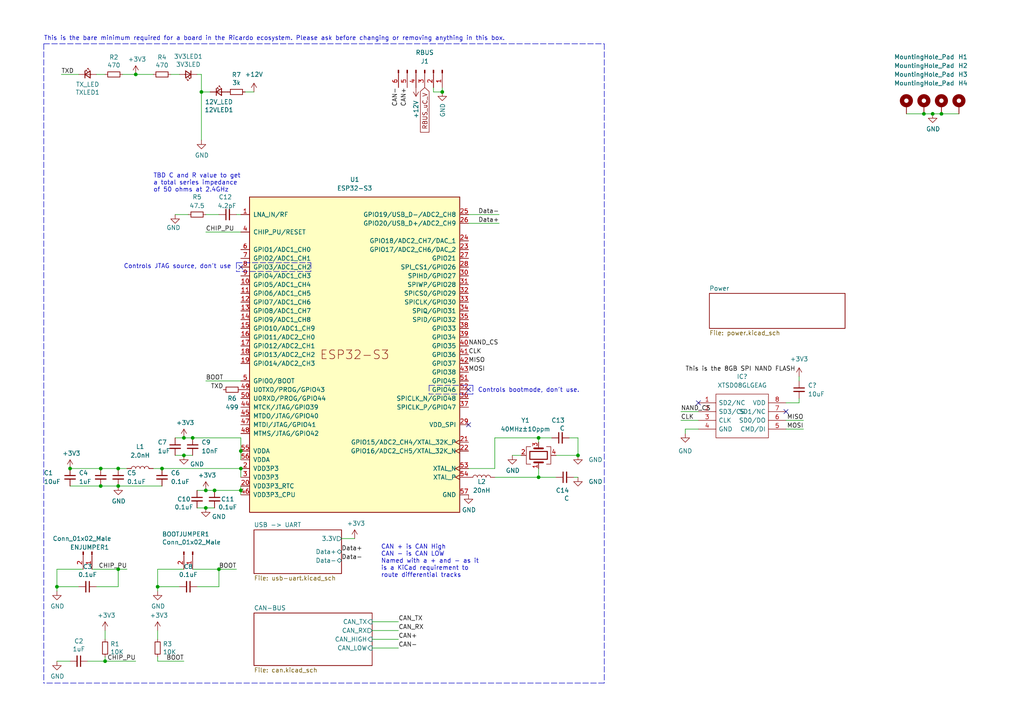
<source format=kicad_sch>
(kicad_sch (version 20211123) (generator eeschema)

  (uuid 7db990e4-92e1-4f99-b4d2-435bbec1ba83)

  (paper "A4")

  (lib_symbols
    (symbol "Connector:Conn_01x02_Male" (pin_names (offset 1.016) hide) (in_bom yes) (on_board yes)
      (property "Reference" "J" (id 0) (at 0 2.54 0)
        (effects (font (size 1.27 1.27)))
      )
      (property "Value" "Conn_01x02_Male" (id 1) (at 0 -5.08 0)
        (effects (font (size 1.27 1.27)))
      )
      (property "Footprint" "" (id 2) (at 0 0 0)
        (effects (font (size 1.27 1.27)) hide)
      )
      (property "Datasheet" "~" (id 3) (at 0 0 0)
        (effects (font (size 1.27 1.27)) hide)
      )
      (property "ki_keywords" "connector" (id 4) (at 0 0 0)
        (effects (font (size 1.27 1.27)) hide)
      )
      (property "ki_description" "Generic connector, single row, 01x02, script generated (kicad-library-utils/schlib/autogen/connector/)" (id 5) (at 0 0 0)
        (effects (font (size 1.27 1.27)) hide)
      )
      (property "ki_fp_filters" "Connector*:*_1x??_*" (id 6) (at 0 0 0)
        (effects (font (size 1.27 1.27)) hide)
      )
      (symbol "Conn_01x02_Male_1_1"
        (polyline
          (pts
            (xy 1.27 -2.54)
            (xy 0.8636 -2.54)
          )
          (stroke (width 0.1524) (type default) (color 0 0 0 0))
          (fill (type none))
        )
        (polyline
          (pts
            (xy 1.27 0)
            (xy 0.8636 0)
          )
          (stroke (width 0.1524) (type default) (color 0 0 0 0))
          (fill (type none))
        )
        (rectangle (start 0.8636 -2.413) (end 0 -2.667)
          (stroke (width 0.1524) (type default) (color 0 0 0 0))
          (fill (type outline))
        )
        (rectangle (start 0.8636 0.127) (end 0 -0.127)
          (stroke (width 0.1524) (type default) (color 0 0 0 0))
          (fill (type outline))
        )
        (pin passive line (at 5.08 0 180) (length 3.81)
          (name "Pin_1" (effects (font (size 1.27 1.27))))
          (number "1" (effects (font (size 1.27 1.27))))
        )
        (pin passive line (at 5.08 -2.54 180) (length 3.81)
          (name "Pin_2" (effects (font (size 1.27 1.27))))
          (number "2" (effects (font (size 1.27 1.27))))
        )
      )
    )
    (symbol "Connector:Conn_01x06_Male" (pin_names (offset 1.016) hide) (in_bom yes) (on_board yes)
      (property "Reference" "J" (id 0) (at 0 7.62 0)
        (effects (font (size 1.27 1.27)))
      )
      (property "Value" "Conn_01x06_Male" (id 1) (at 0 -10.16 0)
        (effects (font (size 1.27 1.27)))
      )
      (property "Footprint" "" (id 2) (at 0 0 0)
        (effects (font (size 1.27 1.27)) hide)
      )
      (property "Datasheet" "~" (id 3) (at 0 0 0)
        (effects (font (size 1.27 1.27)) hide)
      )
      (property "ki_keywords" "connector" (id 4) (at 0 0 0)
        (effects (font (size 1.27 1.27)) hide)
      )
      (property "ki_description" "Generic connector, single row, 01x06, script generated (kicad-library-utils/schlib/autogen/connector/)" (id 5) (at 0 0 0)
        (effects (font (size 1.27 1.27)) hide)
      )
      (property "ki_fp_filters" "Connector*:*_1x??_*" (id 6) (at 0 0 0)
        (effects (font (size 1.27 1.27)) hide)
      )
      (symbol "Conn_01x06_Male_1_1"
        (polyline
          (pts
            (xy 1.27 -7.62)
            (xy 0.8636 -7.62)
          )
          (stroke (width 0.1524) (type default) (color 0 0 0 0))
          (fill (type none))
        )
        (polyline
          (pts
            (xy 1.27 -5.08)
            (xy 0.8636 -5.08)
          )
          (stroke (width 0.1524) (type default) (color 0 0 0 0))
          (fill (type none))
        )
        (polyline
          (pts
            (xy 1.27 -2.54)
            (xy 0.8636 -2.54)
          )
          (stroke (width 0.1524) (type default) (color 0 0 0 0))
          (fill (type none))
        )
        (polyline
          (pts
            (xy 1.27 0)
            (xy 0.8636 0)
          )
          (stroke (width 0.1524) (type default) (color 0 0 0 0))
          (fill (type none))
        )
        (polyline
          (pts
            (xy 1.27 2.54)
            (xy 0.8636 2.54)
          )
          (stroke (width 0.1524) (type default) (color 0 0 0 0))
          (fill (type none))
        )
        (polyline
          (pts
            (xy 1.27 5.08)
            (xy 0.8636 5.08)
          )
          (stroke (width 0.1524) (type default) (color 0 0 0 0))
          (fill (type none))
        )
        (rectangle (start 0.8636 -7.493) (end 0 -7.747)
          (stroke (width 0.1524) (type default) (color 0 0 0 0))
          (fill (type outline))
        )
        (rectangle (start 0.8636 -4.953) (end 0 -5.207)
          (stroke (width 0.1524) (type default) (color 0 0 0 0))
          (fill (type outline))
        )
        (rectangle (start 0.8636 -2.413) (end 0 -2.667)
          (stroke (width 0.1524) (type default) (color 0 0 0 0))
          (fill (type outline))
        )
        (rectangle (start 0.8636 0.127) (end 0 -0.127)
          (stroke (width 0.1524) (type default) (color 0 0 0 0))
          (fill (type outline))
        )
        (rectangle (start 0.8636 2.667) (end 0 2.413)
          (stroke (width 0.1524) (type default) (color 0 0 0 0))
          (fill (type outline))
        )
        (rectangle (start 0.8636 5.207) (end 0 4.953)
          (stroke (width 0.1524) (type default) (color 0 0 0 0))
          (fill (type outline))
        )
        (pin passive line (at 5.08 5.08 180) (length 3.81)
          (name "Pin_1" (effects (font (size 1.27 1.27))))
          (number "1" (effects (font (size 1.27 1.27))))
        )
        (pin passive line (at 5.08 2.54 180) (length 3.81)
          (name "Pin_2" (effects (font (size 1.27 1.27))))
          (number "2" (effects (font (size 1.27 1.27))))
        )
        (pin passive line (at 5.08 0 180) (length 3.81)
          (name "Pin_3" (effects (font (size 1.27 1.27))))
          (number "3" (effects (font (size 1.27 1.27))))
        )
        (pin passive line (at 5.08 -2.54 180) (length 3.81)
          (name "Pin_4" (effects (font (size 1.27 1.27))))
          (number "4" (effects (font (size 1.27 1.27))))
        )
        (pin passive line (at 5.08 -5.08 180) (length 3.81)
          (name "Pin_5" (effects (font (size 1.27 1.27))))
          (number "5" (effects (font (size 1.27 1.27))))
        )
        (pin passive line (at 5.08 -7.62 180) (length 3.81)
          (name "Pin_6" (effects (font (size 1.27 1.27))))
          (number "6" (effects (font (size 1.27 1.27))))
        )
      )
    )
    (symbol "Device:C_Small" (pin_numbers hide) (pin_names (offset 0.254) hide) (in_bom yes) (on_board yes)
      (property "Reference" "C" (id 0) (at 0.254 1.778 0)
        (effects (font (size 1.27 1.27)) (justify left))
      )
      (property "Value" "C_Small" (id 1) (at 0.254 -2.032 0)
        (effects (font (size 1.27 1.27)) (justify left))
      )
      (property "Footprint" "" (id 2) (at 0 0 0)
        (effects (font (size 1.27 1.27)) hide)
      )
      (property "Datasheet" "~" (id 3) (at 0 0 0)
        (effects (font (size 1.27 1.27)) hide)
      )
      (property "ki_keywords" "capacitor cap" (id 4) (at 0 0 0)
        (effects (font (size 1.27 1.27)) hide)
      )
      (property "ki_description" "Unpolarized capacitor, small symbol" (id 5) (at 0 0 0)
        (effects (font (size 1.27 1.27)) hide)
      )
      (property "ki_fp_filters" "C_*" (id 6) (at 0 0 0)
        (effects (font (size 1.27 1.27)) hide)
      )
      (symbol "C_Small_0_1"
        (polyline
          (pts
            (xy -1.524 -0.508)
            (xy 1.524 -0.508)
          )
          (stroke (width 0.3302) (type default) (color 0 0 0 0))
          (fill (type none))
        )
        (polyline
          (pts
            (xy -1.524 0.508)
            (xy 1.524 0.508)
          )
          (stroke (width 0.3048) (type default) (color 0 0 0 0))
          (fill (type none))
        )
      )
      (symbol "C_Small_1_1"
        (pin passive line (at 0 2.54 270) (length 2.032)
          (name "~" (effects (font (size 1.27 1.27))))
          (number "1" (effects (font (size 1.27 1.27))))
        )
        (pin passive line (at 0 -2.54 90) (length 2.032)
          (name "~" (effects (font (size 1.27 1.27))))
          (number "2" (effects (font (size 1.27 1.27))))
        )
      )
    )
    (symbol "Device:Crystal_GND24" (pin_names (offset 1.016) hide) (in_bom yes) (on_board yes)
      (property "Reference" "Y" (id 0) (at 3.175 5.08 0)
        (effects (font (size 1.27 1.27)) (justify left))
      )
      (property "Value" "Crystal_GND24" (id 1) (at 3.175 3.175 0)
        (effects (font (size 1.27 1.27)) (justify left))
      )
      (property "Footprint" "" (id 2) (at 0 0 0)
        (effects (font (size 1.27 1.27)) hide)
      )
      (property "Datasheet" "~" (id 3) (at 0 0 0)
        (effects (font (size 1.27 1.27)) hide)
      )
      (property "ki_keywords" "quartz ceramic resonator oscillator" (id 4) (at 0 0 0)
        (effects (font (size 1.27 1.27)) hide)
      )
      (property "ki_description" "Four pin crystal, GND on pins 2 and 4" (id 5) (at 0 0 0)
        (effects (font (size 1.27 1.27)) hide)
      )
      (property "ki_fp_filters" "Crystal*" (id 6) (at 0 0 0)
        (effects (font (size 1.27 1.27)) hide)
      )
      (symbol "Crystal_GND24_0_1"
        (rectangle (start -1.143 2.54) (end 1.143 -2.54)
          (stroke (width 0.3048) (type default) (color 0 0 0 0))
          (fill (type none))
        )
        (polyline
          (pts
            (xy -2.54 0)
            (xy -2.032 0)
          )
          (stroke (width 0) (type default) (color 0 0 0 0))
          (fill (type none))
        )
        (polyline
          (pts
            (xy -2.032 -1.27)
            (xy -2.032 1.27)
          )
          (stroke (width 0.508) (type default) (color 0 0 0 0))
          (fill (type none))
        )
        (polyline
          (pts
            (xy 0 -3.81)
            (xy 0 -3.556)
          )
          (stroke (width 0) (type default) (color 0 0 0 0))
          (fill (type none))
        )
        (polyline
          (pts
            (xy 0 3.556)
            (xy 0 3.81)
          )
          (stroke (width 0) (type default) (color 0 0 0 0))
          (fill (type none))
        )
        (polyline
          (pts
            (xy 2.032 -1.27)
            (xy 2.032 1.27)
          )
          (stroke (width 0.508) (type default) (color 0 0 0 0))
          (fill (type none))
        )
        (polyline
          (pts
            (xy 2.032 0)
            (xy 2.54 0)
          )
          (stroke (width 0) (type default) (color 0 0 0 0))
          (fill (type none))
        )
        (polyline
          (pts
            (xy -2.54 -2.286)
            (xy -2.54 -3.556)
            (xy 2.54 -3.556)
            (xy 2.54 -2.286)
          )
          (stroke (width 0) (type default) (color 0 0 0 0))
          (fill (type none))
        )
        (polyline
          (pts
            (xy -2.54 2.286)
            (xy -2.54 3.556)
            (xy 2.54 3.556)
            (xy 2.54 2.286)
          )
          (stroke (width 0) (type default) (color 0 0 0 0))
          (fill (type none))
        )
      )
      (symbol "Crystal_GND24_1_1"
        (pin passive line (at -3.81 0 0) (length 1.27)
          (name "1" (effects (font (size 1.27 1.27))))
          (number "1" (effects (font (size 1.27 1.27))))
        )
        (pin passive line (at 0 5.08 270) (length 1.27)
          (name "2" (effects (font (size 1.27 1.27))))
          (number "2" (effects (font (size 1.27 1.27))))
        )
        (pin passive line (at 3.81 0 180) (length 1.27)
          (name "3" (effects (font (size 1.27 1.27))))
          (number "3" (effects (font (size 1.27 1.27))))
        )
        (pin passive line (at 0 -5.08 90) (length 1.27)
          (name "4" (effects (font (size 1.27 1.27))))
          (number "4" (effects (font (size 1.27 1.27))))
        )
      )
    )
    (symbol "Device:L" (pin_numbers hide) (pin_names (offset 1.016) hide) (in_bom yes) (on_board yes)
      (property "Reference" "L" (id 0) (at -1.27 0 90)
        (effects (font (size 1.27 1.27)))
      )
      (property "Value" "L" (id 1) (at 1.905 0 90)
        (effects (font (size 1.27 1.27)))
      )
      (property "Footprint" "" (id 2) (at 0 0 0)
        (effects (font (size 1.27 1.27)) hide)
      )
      (property "Datasheet" "~" (id 3) (at 0 0 0)
        (effects (font (size 1.27 1.27)) hide)
      )
      (property "ki_keywords" "inductor choke coil reactor magnetic" (id 4) (at 0 0 0)
        (effects (font (size 1.27 1.27)) hide)
      )
      (property "ki_description" "Inductor" (id 5) (at 0 0 0)
        (effects (font (size 1.27 1.27)) hide)
      )
      (property "ki_fp_filters" "Choke_* *Coil* Inductor_* L_*" (id 6) (at 0 0 0)
        (effects (font (size 1.27 1.27)) hide)
      )
      (symbol "L_0_1"
        (arc (start 0 -2.54) (mid 0.635 -1.905) (end 0 -1.27)
          (stroke (width 0) (type default) (color 0 0 0 0))
          (fill (type none))
        )
        (arc (start 0 -1.27) (mid 0.635 -0.635) (end 0 0)
          (stroke (width 0) (type default) (color 0 0 0 0))
          (fill (type none))
        )
        (arc (start 0 0) (mid 0.635 0.635) (end 0 1.27)
          (stroke (width 0) (type default) (color 0 0 0 0))
          (fill (type none))
        )
        (arc (start 0 1.27) (mid 0.635 1.905) (end 0 2.54)
          (stroke (width 0) (type default) (color 0 0 0 0))
          (fill (type none))
        )
      )
      (symbol "L_1_1"
        (pin passive line (at 0 3.81 270) (length 1.27)
          (name "1" (effects (font (size 1.27 1.27))))
          (number "1" (effects (font (size 1.27 1.27))))
        )
        (pin passive line (at 0 -3.81 90) (length 1.27)
          (name "2" (effects (font (size 1.27 1.27))))
          (number "2" (effects (font (size 1.27 1.27))))
        )
      )
    )
    (symbol "Device:LED_Small" (pin_numbers hide) (pin_names (offset 0.254) hide) (in_bom yes) (on_board yes)
      (property "Reference" "D" (id 0) (at -1.27 3.175 0)
        (effects (font (size 1.27 1.27)) (justify left))
      )
      (property "Value" "LED_Small" (id 1) (at -4.445 -2.54 0)
        (effects (font (size 1.27 1.27)) (justify left))
      )
      (property "Footprint" "" (id 2) (at 0 0 90)
        (effects (font (size 1.27 1.27)) hide)
      )
      (property "Datasheet" "~" (id 3) (at 0 0 90)
        (effects (font (size 1.27 1.27)) hide)
      )
      (property "ki_keywords" "LED diode light-emitting-diode" (id 4) (at 0 0 0)
        (effects (font (size 1.27 1.27)) hide)
      )
      (property "ki_description" "Light emitting diode, small symbol" (id 5) (at 0 0 0)
        (effects (font (size 1.27 1.27)) hide)
      )
      (property "ki_fp_filters" "LED* LED_SMD:* LED_THT:*" (id 6) (at 0 0 0)
        (effects (font (size 1.27 1.27)) hide)
      )
      (symbol "LED_Small_0_1"
        (polyline
          (pts
            (xy -0.762 -1.016)
            (xy -0.762 1.016)
          )
          (stroke (width 0.254) (type default) (color 0 0 0 0))
          (fill (type none))
        )
        (polyline
          (pts
            (xy 1.016 0)
            (xy -0.762 0)
          )
          (stroke (width 0) (type default) (color 0 0 0 0))
          (fill (type none))
        )
        (polyline
          (pts
            (xy 0.762 -1.016)
            (xy -0.762 0)
            (xy 0.762 1.016)
            (xy 0.762 -1.016)
          )
          (stroke (width 0.254) (type default) (color 0 0 0 0))
          (fill (type none))
        )
        (polyline
          (pts
            (xy 0 0.762)
            (xy -0.508 1.27)
            (xy -0.254 1.27)
            (xy -0.508 1.27)
            (xy -0.508 1.016)
          )
          (stroke (width 0) (type default) (color 0 0 0 0))
          (fill (type none))
        )
        (polyline
          (pts
            (xy 0.508 1.27)
            (xy 0 1.778)
            (xy 0.254 1.778)
            (xy 0 1.778)
            (xy 0 1.524)
          )
          (stroke (width 0) (type default) (color 0 0 0 0))
          (fill (type none))
        )
      )
      (symbol "LED_Small_1_1"
        (pin passive line (at -2.54 0 0) (length 1.778)
          (name "K" (effects (font (size 1.27 1.27))))
          (number "1" (effects (font (size 1.27 1.27))))
        )
        (pin passive line (at 2.54 0 180) (length 1.778)
          (name "A" (effects (font (size 1.27 1.27))))
          (number "2" (effects (font (size 1.27 1.27))))
        )
      )
    )
    (symbol "Device:R_Small" (pin_numbers hide) (pin_names (offset 0.254) hide) (in_bom yes) (on_board yes)
      (property "Reference" "R" (id 0) (at 0.762 0.508 0)
        (effects (font (size 1.27 1.27)) (justify left))
      )
      (property "Value" "R_Small" (id 1) (at 0.762 -1.016 0)
        (effects (font (size 1.27 1.27)) (justify left))
      )
      (property "Footprint" "" (id 2) (at 0 0 0)
        (effects (font (size 1.27 1.27)) hide)
      )
      (property "Datasheet" "~" (id 3) (at 0 0 0)
        (effects (font (size 1.27 1.27)) hide)
      )
      (property "ki_keywords" "R resistor" (id 4) (at 0 0 0)
        (effects (font (size 1.27 1.27)) hide)
      )
      (property "ki_description" "Resistor, small symbol" (id 5) (at 0 0 0)
        (effects (font (size 1.27 1.27)) hide)
      )
      (property "ki_fp_filters" "R_*" (id 6) (at 0 0 0)
        (effects (font (size 1.27 1.27)) hide)
      )
      (symbol "R_Small_0_1"
        (rectangle (start -0.762 1.778) (end 0.762 -1.778)
          (stroke (width 0.2032) (type default) (color 0 0 0 0))
          (fill (type none))
        )
      )
      (symbol "R_Small_1_1"
        (pin passive line (at 0 2.54 270) (length 0.762)
          (name "~" (effects (font (size 1.27 1.27))))
          (number "1" (effects (font (size 1.27 1.27))))
        )
        (pin passive line (at 0 -2.54 90) (length 0.762)
          (name "~" (effects (font (size 1.27 1.27))))
          (number "2" (effects (font (size 1.27 1.27))))
        )
      )
    )
    (symbol "Espressif:ESP32-S3" (pin_names (offset 1.016)) (in_bom yes) (on_board yes)
      (property "Reference" "U" (id 0) (at 0 48.26 0)
        (effects (font (size 1.27 1.27)))
      )
      (property "Value" "ESP32-S3" (id 1) (at 0 -48.26 0)
        (effects (font (size 1.27 1.27)))
      )
      (property "Footprint" "Package_DFN_QFN:QFN-56-1EP_7x7mm_P0.4mm_EP5.6x5.6mm" (id 2) (at 0 -50.8 0)
        (effects (font (size 1.27 1.27)) hide)
      )
      (property "Datasheet" "https://www.espressif.com/sites/default/files/documentation/esp32-s3_datasheet_en.pdf" (id 3) (at 0 -53.34 0)
        (effects (font (size 1.27 1.27)) hide)
      )
      (property "ki_description" "ESP32-S3 is a low-power MCU-based system-on-chip (SoC) that supports 2.4 GHz Wi-Fi and Bluetooth® Low Energy (Bluetooth LE). It consists of high-performance dual-core microprocessor (Xtensa® 32-bit LX7), a low power coprocessor, a Wi-Fi baseband, a Bluetooth LE baseband, RF module, and peripherals." (id 4) (at 0 0 0)
        (effects (font (size 1.27 1.27)) hide)
      )
      (symbol "ESP32-S3_0_0"
        (text "ESP32-S3" (at 0 0 0)
          (effects (font (size 2.54 2.54)))
        )
        (pin bidirectional line (at 33.02 -12.7 180) (length 2.54)
          (name "SPICLK_N/GPIO48" (effects (font (size 1.27 1.27))))
          (number "36" (effects (font (size 1.27 1.27))))
        )
        (pin bidirectional line (at 33.02 -15.24 180) (length 2.54)
          (name "SPICLK_P/GPIO47" (effects (font (size 1.27 1.27))))
          (number "37" (effects (font (size 1.27 1.27))))
        )
      )
      (symbol "ESP32-S3_0_1"
        (rectangle (start -30.48 45.72) (end 30.48 -45.72)
          (stroke (width 0.254) (type default) (color 0 0 0 0))
          (fill (type background))
        )
      )
      (symbol "ESP32-S3_1_1"
        (pin bidirectional line (at -33.02 40.64 0) (length 2.54)
          (name "LNA_IN/RF" (effects (font (size 1.27 1.27))))
          (number "1" (effects (font (size 1.27 1.27))))
        )
        (pin bidirectional line (at -33.02 20.32 0) (length 2.54)
          (name "GPIO5/ADC1_CH4" (effects (font (size 1.27 1.27))))
          (number "10" (effects (font (size 1.27 1.27))))
        )
        (pin bidirectional line (at -33.02 17.78 0) (length 2.54)
          (name "GPIO6/ADC1_CH5" (effects (font (size 1.27 1.27))))
          (number "11" (effects (font (size 1.27 1.27))))
        )
        (pin bidirectional line (at -33.02 15.24 0) (length 2.54)
          (name "GPIO7/ADC1_CH6" (effects (font (size 1.27 1.27))))
          (number "12" (effects (font (size 1.27 1.27))))
        )
        (pin bidirectional line (at -33.02 12.7 0) (length 2.54)
          (name "GPIO8/ADC1_CH7" (effects (font (size 1.27 1.27))))
          (number "13" (effects (font (size 1.27 1.27))))
        )
        (pin bidirectional line (at -33.02 10.16 0) (length 2.54)
          (name "GPIO9/ADC1_CH8" (effects (font (size 1.27 1.27))))
          (number "14" (effects (font (size 1.27 1.27))))
        )
        (pin bidirectional line (at -33.02 7.62 0) (length 2.54)
          (name "GPIO10/ADC1_CH9" (effects (font (size 1.27 1.27))))
          (number "15" (effects (font (size 1.27 1.27))))
        )
        (pin bidirectional line (at -33.02 5.08 0) (length 2.54)
          (name "GPIO11/ADC2_CH0" (effects (font (size 1.27 1.27))))
          (number "16" (effects (font (size 1.27 1.27))))
        )
        (pin bidirectional line (at -33.02 2.54 0) (length 2.54)
          (name "GPIO12/ADC2_CH1" (effects (font (size 1.27 1.27))))
          (number "17" (effects (font (size 1.27 1.27))))
        )
        (pin bidirectional line (at -33.02 0 0) (length 2.54)
          (name "GPIO13/ADC2_CH2" (effects (font (size 1.27 1.27))))
          (number "18" (effects (font (size 1.27 1.27))))
        )
        (pin bidirectional line (at -33.02 -2.54 0) (length 2.54)
          (name "GPIO14/ADC2_CH3" (effects (font (size 1.27 1.27))))
          (number "19" (effects (font (size 1.27 1.27))))
        )
        (pin power_in line (at -33.02 -33.02 0) (length 2.54)
          (name "VDD3P3" (effects (font (size 1.27 1.27))))
          (number "2" (effects (font (size 1.27 1.27))))
        )
        (pin power_in line (at -33.02 -38.1 0) (length 2.54)
          (name "VDD3P3_RTC" (effects (font (size 1.27 1.27))))
          (number "20" (effects (font (size 1.27 1.27))))
        )
        (pin input clock (at 33.02 -25.4 180) (length 2.54)
          (name "GPIO15/ADC2_CH4/XTAL_32K_P" (effects (font (size 1.27 1.27))))
          (number "21" (effects (font (size 1.27 1.27))))
        )
        (pin output clock (at 33.02 -27.94 180) (length 2.54)
          (name "GPIO16/ADC2_CH5/XTAL_32K_N" (effects (font (size 1.27 1.27))))
          (number "22" (effects (font (size 1.27 1.27))))
        )
        (pin bidirectional line (at 33.02 30.48 180) (length 2.54)
          (name "GPIO17/ADC2_CH6/DAC_2" (effects (font (size 1.27 1.27))))
          (number "23" (effects (font (size 1.27 1.27))))
        )
        (pin bidirectional line (at 33.02 33.02 180) (length 2.54)
          (name "GPIO18/ADC2_CH7/DAC_1" (effects (font (size 1.27 1.27))))
          (number "24" (effects (font (size 1.27 1.27))))
        )
        (pin bidirectional line (at 33.02 40.64 180) (length 2.54)
          (name "GPIO19/USB_D-/ADC2_CH8" (effects (font (size 1.27 1.27))))
          (number "25" (effects (font (size 1.27 1.27))))
        )
        (pin bidirectional line (at 33.02 38.1 180) (length 2.54)
          (name "GPIO20/USB_D+/ADC2_CH9" (effects (font (size 1.27 1.27))))
          (number "26" (effects (font (size 1.27 1.27))))
        )
        (pin bidirectional line (at 33.02 27.94 180) (length 2.54)
          (name "GPIO21" (effects (font (size 1.27 1.27))))
          (number "27" (effects (font (size 1.27 1.27))))
        )
        (pin bidirectional line (at 33.02 25.4 180) (length 2.54)
          (name "SPI_CS1/GPIO26" (effects (font (size 1.27 1.27))))
          (number "28" (effects (font (size 1.27 1.27))))
        )
        (pin power_out line (at 33.02 -20.32 180) (length 2.54)
          (name "VDD_SPI" (effects (font (size 1.27 1.27))))
          (number "29" (effects (font (size 1.27 1.27))))
        )
        (pin power_in line (at -33.02 -35.56 0) (length 2.54)
          (name "VDD3P3" (effects (font (size 1.27 1.27))))
          (number "3" (effects (font (size 1.27 1.27))))
        )
        (pin bidirectional line (at 33.02 22.86 180) (length 2.54)
          (name "SPIHD/GPIO27" (effects (font (size 1.27 1.27))))
          (number "30" (effects (font (size 1.27 1.27))))
        )
        (pin bidirectional line (at 33.02 20.32 180) (length 2.54)
          (name "SPIWP/GPIO28" (effects (font (size 1.27 1.27))))
          (number "31" (effects (font (size 1.27 1.27))))
        )
        (pin bidirectional line (at 33.02 17.78 180) (length 2.54)
          (name "SPICS0/GPIO29" (effects (font (size 1.27 1.27))))
          (number "32" (effects (font (size 1.27 1.27))))
        )
        (pin bidirectional line (at 33.02 15.24 180) (length 2.54)
          (name "SPICLK/GPIO30" (effects (font (size 1.27 1.27))))
          (number "33" (effects (font (size 1.27 1.27))))
        )
        (pin bidirectional line (at 33.02 12.7 180) (length 2.54)
          (name "SPIQ/GPIO31" (effects (font (size 1.27 1.27))))
          (number "34" (effects (font (size 1.27 1.27))))
        )
        (pin bidirectional line (at 33.02 10.16 180) (length 2.54)
          (name "SPID/GPIO32" (effects (font (size 1.27 1.27))))
          (number "35" (effects (font (size 1.27 1.27))))
        )
        (pin bidirectional line (at 33.02 7.62 180) (length 2.54)
          (name "GPIO33" (effects (font (size 1.27 1.27))))
          (number "38" (effects (font (size 1.27 1.27))))
        )
        (pin bidirectional line (at 33.02 5.08 180) (length 2.54)
          (name "GPIO34" (effects (font (size 1.27 1.27))))
          (number "39" (effects (font (size 1.27 1.27))))
        )
        (pin input line (at -33.02 35.56 0) (length 2.54)
          (name "CHIP_PU/RESET" (effects (font (size 1.27 1.27))))
          (number "4" (effects (font (size 1.27 1.27))))
        )
        (pin bidirectional line (at 33.02 2.54 180) (length 2.54)
          (name "GPIO35" (effects (font (size 1.27 1.27))))
          (number "40" (effects (font (size 1.27 1.27))))
        )
        (pin bidirectional line (at 33.02 0 180) (length 2.54)
          (name "GPIO36" (effects (font (size 1.27 1.27))))
          (number "41" (effects (font (size 1.27 1.27))))
        )
        (pin bidirectional line (at 33.02 -2.54 180) (length 2.54)
          (name "GPIO37" (effects (font (size 1.27 1.27))))
          (number "42" (effects (font (size 1.27 1.27))))
        )
        (pin bidirectional line (at 33.02 -5.08 180) (length 2.54)
          (name "GPIO38" (effects (font (size 1.27 1.27))))
          (number "43" (effects (font (size 1.27 1.27))))
        )
        (pin bidirectional line (at -33.02 -15.24 0) (length 2.54)
          (name "MTCK/JTAG/GPIO39" (effects (font (size 1.27 1.27))))
          (number "44" (effects (font (size 1.27 1.27))))
        )
        (pin bidirectional line (at -33.02 -17.78 0) (length 2.54)
          (name "MTDO/JTAG/GPIO40" (effects (font (size 1.27 1.27))))
          (number "45" (effects (font (size 1.27 1.27))))
        )
        (pin power_in line (at -33.02 -40.64 0) (length 2.54)
          (name "VDD3P3_CPU" (effects (font (size 1.27 1.27))))
          (number "46" (effects (font (size 1.27 1.27))))
        )
        (pin bidirectional line (at -33.02 -20.32 0) (length 2.54)
          (name "MTDI/JTAG/GPIO41" (effects (font (size 1.27 1.27))))
          (number "47" (effects (font (size 1.27 1.27))))
        )
        (pin bidirectional line (at -33.02 -22.86 0) (length 2.54)
          (name "MTMS/JTAG/GPIO42" (effects (font (size 1.27 1.27))))
          (number "48" (effects (font (size 1.27 1.27))))
        )
        (pin bidirectional line (at -33.02 -10.16 0) (length 2.54)
          (name "U0TXD/PROG/GPIO43" (effects (font (size 1.27 1.27))))
          (number "49" (effects (font (size 1.27 1.27))))
        )
        (pin bidirectional line (at -33.02 -7.62 0) (length 2.54)
          (name "GPIO0/BOOT" (effects (font (size 1.27 1.27))))
          (number "5" (effects (font (size 1.27 1.27))))
        )
        (pin bidirectional line (at -33.02 -12.7 0) (length 2.54)
          (name "U0RXD/PROG/GPIO44" (effects (font (size 1.27 1.27))))
          (number "50" (effects (font (size 1.27 1.27))))
        )
        (pin bidirectional line (at 33.02 -7.62 180) (length 2.54)
          (name "GPIO45" (effects (font (size 1.27 1.27))))
          (number "51" (effects (font (size 1.27 1.27))))
        )
        (pin bidirectional line (at 33.02 -10.16 180) (length 2.54)
          (name "GPIO46" (effects (font (size 1.27 1.27))))
          (number "52" (effects (font (size 1.27 1.27))))
        )
        (pin input clock (at 33.02 -33.02 180) (length 2.54)
          (name "XTAL_N" (effects (font (size 1.27 1.27))))
          (number "53" (effects (font (size 1.27 1.27))))
        )
        (pin output clock (at 33.02 -35.56 180) (length 2.54)
          (name "XTAL_P" (effects (font (size 1.27 1.27))))
          (number "54" (effects (font (size 1.27 1.27))))
        )
        (pin power_in line (at -33.02 -27.94 0) (length 2.54)
          (name "VDDA" (effects (font (size 1.27 1.27))))
          (number "55" (effects (font (size 1.27 1.27))))
        )
        (pin power_in line (at -33.02 -30.48 0) (length 2.54)
          (name "VDDA" (effects (font (size 1.27 1.27))))
          (number "56" (effects (font (size 1.27 1.27))))
        )
        (pin power_in line (at 33.02 -40.64 180) (length 2.54)
          (name "GND" (effects (font (size 1.27 1.27))))
          (number "57" (effects (font (size 1.27 1.27))))
        )
        (pin bidirectional line (at -33.02 30.48 0) (length 2.54)
          (name "GPIO1/ADC1_CH0" (effects (font (size 1.27 1.27))))
          (number "6" (effects (font (size 1.27 1.27))))
        )
        (pin bidirectional line (at -33.02 27.94 0) (length 2.54)
          (name "GPIO2/ADC1_CH1" (effects (font (size 1.27 1.27))))
          (number "7" (effects (font (size 1.27 1.27))))
        )
        (pin bidirectional line (at -33.02 25.4 0) (length 2.54)
          (name "GPIO3/ADC1_CH2" (effects (font (size 1.27 1.27))))
          (number "8" (effects (font (size 1.27 1.27))))
        )
        (pin bidirectional line (at -33.02 22.86 0) (length 2.54)
          (name "GPIO4/ADC1_CH3" (effects (font (size 1.27 1.27))))
          (number "9" (effects (font (size 1.27 1.27))))
        )
      )
    )
    (symbol "Mechanical:MountingHole_Pad" (pin_numbers hide) (pin_names (offset 1.016) hide) (in_bom yes) (on_board yes)
      (property "Reference" "H" (id 0) (at 0 6.35 0)
        (effects (font (size 1.27 1.27)))
      )
      (property "Value" "MountingHole_Pad" (id 1) (at 0 4.445 0)
        (effects (font (size 1.27 1.27)))
      )
      (property "Footprint" "" (id 2) (at 0 0 0)
        (effects (font (size 1.27 1.27)) hide)
      )
      (property "Datasheet" "~" (id 3) (at 0 0 0)
        (effects (font (size 1.27 1.27)) hide)
      )
      (property "ki_keywords" "mounting hole" (id 4) (at 0 0 0)
        (effects (font (size 1.27 1.27)) hide)
      )
      (property "ki_description" "Mounting Hole with connection" (id 5) (at 0 0 0)
        (effects (font (size 1.27 1.27)) hide)
      )
      (property "ki_fp_filters" "MountingHole*Pad*" (id 6) (at 0 0 0)
        (effects (font (size 1.27 1.27)) hide)
      )
      (symbol "MountingHole_Pad_0_1"
        (circle (center 0 1.27) (radius 1.27)
          (stroke (width 1.27) (type default) (color 0 0 0 0))
          (fill (type none))
        )
      )
      (symbol "MountingHole_Pad_1_1"
        (pin input line (at 0 -2.54 90) (length 2.54)
          (name "1" (effects (font (size 1.27 1.27))))
          (number "1" (effects (font (size 1.27 1.27))))
        )
      )
    )
    (symbol "chest:XTSD08GLGEAG" (pin_names (offset 0.762)) (in_bom yes) (on_board yes)
      (property "Reference" "IC" (id 0) (at 21.59 7.62 0)
        (effects (font (size 1.27 1.27)) (justify left))
      )
      (property "Value" "XTSD08GLGEAG" (id 1) (at 21.59 5.08 0)
        (effects (font (size 1.27 1.27)) (justify left))
      )
      (property "Footprint" "SON127P800X600X95-8N" (id 2) (at 21.59 2.54 0)
        (effects (font (size 1.27 1.27)) (justify left) hide)
      )
      (property "Datasheet" "https://datasheet.lcsc.com/szlcsc/2005251034_XTX-XTSD08GLGEAG_C558840.pdf" (id 3) (at 21.59 0 0)
        (effects (font (size 1.27 1.27)) (justify left) hide)
      )
      (property "Description" "XTSD01G/XTSD02G/XTSD04G/XTSD08G SD NAND LGA8" (id 4) (at 21.59 -2.54 0)
        (effects (font (size 1.27 1.27)) (justify left) hide)
      )
      (property "Height" "0.95" (id 5) (at 21.59 -5.08 0)
        (effects (font (size 1.27 1.27)) (justify left) hide)
      )
      (property "Manufacturer_Name" "XTX" (id 6) (at 21.59 -7.62 0)
        (effects (font (size 1.27 1.27)) (justify left) hide)
      )
      (property "Manufacturer_Part_Number" "XTSD08GLGEAG" (id 7) (at 21.59 -10.16 0)
        (effects (font (size 1.27 1.27)) (justify left) hide)
      )
      (property "Mouser Part Number" "" (id 8) (at 21.59 -12.7 0)
        (effects (font (size 1.27 1.27)) (justify left) hide)
      )
      (property "Mouser Price/Stock" "" (id 9) (at 21.59 -15.24 0)
        (effects (font (size 1.27 1.27)) (justify left) hide)
      )
      (property "Arrow Part Number" "" (id 10) (at 21.59 -17.78 0)
        (effects (font (size 1.27 1.27)) (justify left) hide)
      )
      (property "Arrow Price/Stock" "" (id 11) (at 21.59 -20.32 0)
        (effects (font (size 1.27 1.27)) (justify left) hide)
      )
      (property "ki_description" "XTSD01G/XTSD02G/XTSD04G/XTSD08G SD NAND LGA8" (id 12) (at 0 0 0)
        (effects (font (size 1.27 1.27)) hide)
      )
      (symbol "XTSD08GLGEAG_0_0"
        (pin bidirectional line (at 0 0 0) (length 5.08)
          (name "SD2/NC" (effects (font (size 1.27 1.27))))
          (number "1" (effects (font (size 1.27 1.27))))
        )
        (pin bidirectional line (at 0 -2.54 0) (length 5.08)
          (name "SD3/CS" (effects (font (size 1.27 1.27))))
          (number "2" (effects (font (size 1.27 1.27))))
        )
        (pin input line (at 0 -5.08 0) (length 5.08)
          (name "CLK" (effects (font (size 1.27 1.27))))
          (number "3" (effects (font (size 1.27 1.27))))
        )
        (pin power_out line (at 0 -7.62 0) (length 5.08)
          (name "GND" (effects (font (size 1.27 1.27))))
          (number "4" (effects (font (size 1.27 1.27))))
        )
        (pin input line (at 25.4 -7.62 180) (length 5.08)
          (name "CMD/DI" (effects (font (size 1.27 1.27))))
          (number "5" (effects (font (size 1.27 1.27))))
        )
        (pin output line (at 25.4 -5.08 180) (length 5.08)
          (name "SD0/DO" (effects (font (size 1.27 1.27))))
          (number "6" (effects (font (size 1.27 1.27))))
        )
        (pin bidirectional line (at 25.4 -2.54 180) (length 5.08)
          (name "SD1/NC" (effects (font (size 1.27 1.27))))
          (number "7" (effects (font (size 1.27 1.27))))
        )
        (pin power_in line (at 25.4 0 180) (length 5.08)
          (name "VDD" (effects (font (size 1.27 1.27))))
          (number "8" (effects (font (size 1.27 1.27))))
        )
      )
      (symbol "XTSD08GLGEAG_0_1"
        (polyline
          (pts
            (xy 5.08 2.54)
            (xy 20.32 2.54)
            (xy 20.32 -10.16)
            (xy 5.08 -10.16)
            (xy 5.08 2.54)
          )
          (stroke (width 0.1524) (type default) (color 0 0 0 0))
          (fill (type none))
        )
      )
    )
    (symbol "power:+12V" (power) (pin_names (offset 0)) (in_bom yes) (on_board yes)
      (property "Reference" "#PWR" (id 0) (at 0 -3.81 0)
        (effects (font (size 1.27 1.27)) hide)
      )
      (property "Value" "+12V" (id 1) (at 0 3.556 0)
        (effects (font (size 1.27 1.27)))
      )
      (property "Footprint" "" (id 2) (at 0 0 0)
        (effects (font (size 1.27 1.27)) hide)
      )
      (property "Datasheet" "" (id 3) (at 0 0 0)
        (effects (font (size 1.27 1.27)) hide)
      )
      (property "ki_keywords" "power-flag" (id 4) (at 0 0 0)
        (effects (font (size 1.27 1.27)) hide)
      )
      (property "ki_description" "Power symbol creates a global label with name \"+12V\"" (id 5) (at 0 0 0)
        (effects (font (size 1.27 1.27)) hide)
      )
      (symbol "+12V_0_1"
        (polyline
          (pts
            (xy -0.762 1.27)
            (xy 0 2.54)
          )
          (stroke (width 0) (type default) (color 0 0 0 0))
          (fill (type none))
        )
        (polyline
          (pts
            (xy 0 0)
            (xy 0 2.54)
          )
          (stroke (width 0) (type default) (color 0 0 0 0))
          (fill (type none))
        )
        (polyline
          (pts
            (xy 0 2.54)
            (xy 0.762 1.27)
          )
          (stroke (width 0) (type default) (color 0 0 0 0))
          (fill (type none))
        )
      )
      (symbol "+12V_1_1"
        (pin power_in line (at 0 0 90) (length 0) hide
          (name "+12V" (effects (font (size 1.27 1.27))))
          (number "1" (effects (font (size 1.27 1.27))))
        )
      )
    )
    (symbol "power:+3.3V" (power) (pin_names (offset 0)) (in_bom yes) (on_board yes)
      (property "Reference" "#PWR" (id 0) (at 0 -3.81 0)
        (effects (font (size 1.27 1.27)) hide)
      )
      (property "Value" "+3.3V" (id 1) (at 0 3.556 0)
        (effects (font (size 1.27 1.27)))
      )
      (property "Footprint" "" (id 2) (at 0 0 0)
        (effects (font (size 1.27 1.27)) hide)
      )
      (property "Datasheet" "" (id 3) (at 0 0 0)
        (effects (font (size 1.27 1.27)) hide)
      )
      (property "ki_keywords" "power-flag" (id 4) (at 0 0 0)
        (effects (font (size 1.27 1.27)) hide)
      )
      (property "ki_description" "Power symbol creates a global label with name \"+3.3V\"" (id 5) (at 0 0 0)
        (effects (font (size 1.27 1.27)) hide)
      )
      (symbol "+3.3V_0_1"
        (polyline
          (pts
            (xy -0.762 1.27)
            (xy 0 2.54)
          )
          (stroke (width 0) (type default) (color 0 0 0 0))
          (fill (type none))
        )
        (polyline
          (pts
            (xy 0 0)
            (xy 0 2.54)
          )
          (stroke (width 0) (type default) (color 0 0 0 0))
          (fill (type none))
        )
        (polyline
          (pts
            (xy 0 2.54)
            (xy 0.762 1.27)
          )
          (stroke (width 0) (type default) (color 0 0 0 0))
          (fill (type none))
        )
      )
      (symbol "+3.3V_1_1"
        (pin power_in line (at 0 0 90) (length 0) hide
          (name "+3V3" (effects (font (size 1.27 1.27))))
          (number "1" (effects (font (size 1.27 1.27))))
        )
      )
    )
    (symbol "power:GND" (power) (pin_names (offset 0)) (in_bom yes) (on_board yes)
      (property "Reference" "#PWR" (id 0) (at 0 -6.35 0)
        (effects (font (size 1.27 1.27)) hide)
      )
      (property "Value" "GND" (id 1) (at 0 -3.81 0)
        (effects (font (size 1.27 1.27)))
      )
      (property "Footprint" "" (id 2) (at 0 0 0)
        (effects (font (size 1.27 1.27)) hide)
      )
      (property "Datasheet" "" (id 3) (at 0 0 0)
        (effects (font (size 1.27 1.27)) hide)
      )
      (property "ki_keywords" "power-flag" (id 4) (at 0 0 0)
        (effects (font (size 1.27 1.27)) hide)
      )
      (property "ki_description" "Power symbol creates a global label with name \"GND\" , ground" (id 5) (at 0 0 0)
        (effects (font (size 1.27 1.27)) hide)
      )
      (symbol "GND_0_1"
        (polyline
          (pts
            (xy 0 0)
            (xy 0 -1.27)
            (xy 1.27 -1.27)
            (xy 0 -2.54)
            (xy -1.27 -1.27)
            (xy 0 -1.27)
          )
          (stroke (width 0) (type default) (color 0 0 0 0))
          (fill (type none))
        )
      )
      (symbol "GND_1_1"
        (pin power_in line (at 0 0 270) (length 0) hide
          (name "GND" (effects (font (size 1.27 1.27))))
          (number "1" (effects (font (size 1.27 1.27))))
        )
      )
    )
  )

  (junction (at 39.37 21.59) (diameter 0) (color 0 0 0 0)
    (uuid 02f8904b-a7b2-49dd-b392-764e7e29fb51)
  )
  (junction (at 59.69 142.24) (diameter 0) (color 0 0 0 0)
    (uuid 0753a347-97d9-4cb7-b81c-f57d156ee03d)
  )
  (junction (at 53.34 127) (diameter 0) (color 0 0 0 0)
    (uuid 259169cf-23d2-4d34-acfa-b35367d25621)
  )
  (junction (at 58.42 26.67) (diameter 0) (color 0 0 0 0)
    (uuid 28b01cd2-da3a-46ec-8825-b0f31a0b8987)
  )
  (junction (at 30.48 191.77) (diameter 0) (color 0 0 0 0)
    (uuid 35c09d1f-2914-4d1e-a002-df30af772f3b)
  )
  (junction (at 69.85 142.24) (diameter 0) (color 0 0 0 0)
    (uuid 69bccc29-7896-4bd5-847c-4b30488bfdf7)
  )
  (junction (at 55.88 127) (diameter 0) (color 0 0 0 0)
    (uuid 7080b686-704b-4224-87e0-0a66227e69e7)
  )
  (junction (at 63.5 165.1) (diameter 0) (color 0 0 0 0)
    (uuid 747f57e5-4698-4c6b-916d-232e6b1f645b)
  )
  (junction (at 59.69 147.32) (diameter 0) (color 0 0 0 0)
    (uuid 76b48920-113a-47db-a65d-49e9e75b755a)
  )
  (junction (at 62.23 142.24) (diameter 0) (color 0 0 0 0)
    (uuid 7847a7dc-83b6-40e8-ab83-35ec04184c6f)
  )
  (junction (at 34.29 135.89) (diameter 0) (color 0 0 0 0)
    (uuid 7a8ee3ce-88a3-49a2-aa53-ca000ddb33c8)
  )
  (junction (at 20.32 135.89) (diameter 0) (color 0 0 0 0)
    (uuid 88f17a64-5024-4f4b-8346-d8222bac5104)
  )
  (junction (at 45.72 170.18) (diameter 0) (color 0 0 0 0)
    (uuid 8ac400bf-c9b3-4af4-b0a7-9aa9ab4ad17e)
  )
  (junction (at 29.21 135.89) (diameter 0) (color 0 0 0 0)
    (uuid a6a6b792-84b0-4f4e-9e9d-847e9a94203c)
  )
  (junction (at 34.29 140.97) (diameter 0) (color 0 0 0 0)
    (uuid abc917ce-119d-4f43-8ab3-fb5d20f74b7e)
  )
  (junction (at 156.21 127) (diameter 0) (color 0 0 0 0)
    (uuid ae65856b-4a40-4cab-a5ff-5a35c8850e02)
  )
  (junction (at 273.05 33.02) (diameter 0) (color 0 0 0 0)
    (uuid b32183f9-e002-4a64-a1c2-255269c79027)
  )
  (junction (at 53.34 132.08) (diameter 0) (color 0 0 0 0)
    (uuid b7428965-44ff-4d1f-990c-3d61005cbad1)
  )
  (junction (at 156.21 138.43) (diameter 0) (color 0 0 0 0)
    (uuid b749e26e-88fc-47bb-b418-a32130eee6ec)
  )
  (junction (at 69.85 130.81) (diameter 0) (color 0 0 0 0)
    (uuid b81264dd-7182-41f5-960f-39b78460c520)
  )
  (junction (at 29.21 140.97) (diameter 0) (color 0 0 0 0)
    (uuid c86aaef9-56ce-427d-b18b-c7a9b78c893f)
  )
  (junction (at 16.51 170.18) (diameter 0) (color 0 0 0 0)
    (uuid cb083d38-4f11-4a80-8b19-ab751c405e4a)
  )
  (junction (at 270.51 33.02) (diameter 0) (color 0 0 0 0)
    (uuid de1d8b49-3cd8-4ee5-8113-50d6db3ea930)
  )
  (junction (at 267.97 33.02) (diameter 0) (color 0 0 0 0)
    (uuid de3cc7ee-e860-4f56-b4cf-41e7448f2241)
  )
  (junction (at 167.64 132.08) (diameter 0) (color 0 0 0 0)
    (uuid e379247a-7c51-4094-9a8c-3b8a6d5322fb)
  )
  (junction (at 46.99 135.89) (diameter 0) (color 0 0 0 0)
    (uuid edb60ccc-5ad5-4417-9f0a-4281bdc6260b)
  )
  (junction (at 128.27 26.67) (diameter 0) (color 0 0 0 0)
    (uuid eea79eca-5259-4bf1-94e4-b068a2ad63a0)
  )
  (junction (at 34.29 165.1) (diameter 0) (color 0 0 0 0)
    (uuid f0852334-0410-4a06-99ff-da7ea21a1167)
  )
  (junction (at 69.85 135.89) (diameter 0) (color 0 0 0 0)
    (uuid f130ddb0-0916-407d-9728-6ff1a5a57806)
  )

  (no_connect (at 227.965 119.38) (uuid 412a2e93-bc59-4f00-b89c-a76aeea84e2d))
  (no_connect (at 69.85 77.47) (uuid 86749bc6-b935-4c25-9994-054cf825bf11))
  (no_connect (at 135.89 113.03) (uuid ba0e2a32-0319-4e19-bc9d-127797da9405))
  (no_connect (at 202.565 116.84) (uuid d1cffa13-b773-4d0e-bd09-e3b2838dbeac))
  (no_connect (at 135.89 123.19) (uuid d53bdb65-9586-496e-89ff-e2edf8bb8d22))

  (wire (pts (xy 30.48 191.77) (xy 30.48 190.5))
    (stroke (width 0) (type default) (color 0 0 0 0))
    (uuid 051b8cb0-ae77-4e09-98a7-bf2103319e66)
  )
  (wire (pts (xy 135.89 62.23) (xy 144.78 62.23))
    (stroke (width 0) (type default) (color 0 0 0 0))
    (uuid 0596a4e1-f35f-4645-a1af-a46bcfa8e52f)
  )
  (wire (pts (xy 69.85 135.89) (xy 69.85 138.43))
    (stroke (width 0) (type default) (color 0 0 0 0))
    (uuid 08037f72-1ad9-4bc9-95c3-6f637ed2bbf8)
  )
  (wire (pts (xy 231.775 115.57) (xy 231.775 116.84))
    (stroke (width 0) (type default) (color 0 0 0 0))
    (uuid 088cc44b-3609-4c28-bf91-2bf1ff0b999a)
  )
  (polyline (pts (xy 90.17 78.74) (xy 68.58 78.74))
    (stroke (width 0) (type default) (color 0 0 0 0))
    (uuid 0c941d7e-dc66-4338-9268-c7a441f62b3b)
  )

  (wire (pts (xy 63.5 170.18) (xy 63.5 165.1))
    (stroke (width 0) (type default) (color 0 0 0 0))
    (uuid 0cc9bf07-55b9-458f-b8aa-41b2f51fa940)
  )
  (polyline (pts (xy 68.58 76.2) (xy 68.58 78.74))
    (stroke (width 0) (type default) (color 0 0 0 0))
    (uuid 0e807ccc-cc79-42a4-806d-495a604e9066)
  )

  (wire (pts (xy 60.96 26.67) (xy 58.42 26.67))
    (stroke (width 0) (type default) (color 0 0 0 0))
    (uuid 11c7c8d4-4c4b-4330-bb59-1eec2e98b255)
  )
  (wire (pts (xy 16.51 191.77) (xy 20.32 191.77))
    (stroke (width 0) (type default) (color 0 0 0 0))
    (uuid 14094ad2-b562-4efa-8c6f-51d7a3134345)
  )
  (wire (pts (xy 107.95 180.34) (xy 115.57 180.34))
    (stroke (width 0) (type default) (color 0 0 0 0))
    (uuid 165f4d8d-26a9-4cf2-a8d6-9936cd983be4)
  )
  (wire (pts (xy 128.27 25.4) (xy 128.27 26.67))
    (stroke (width 0) (type default) (color 0 0 0 0))
    (uuid 18b29a0a-bb5b-4893-b87d-10e1330ffefa)
  )
  (wire (pts (xy 160.02 127) (xy 156.21 127))
    (stroke (width 0) (type default) (color 0 0 0 0))
    (uuid 1f11e357-9503-4aca-8109-c63c95c64295)
  )
  (wire (pts (xy 45.72 165.1) (xy 53.34 165.1))
    (stroke (width 0) (type default) (color 0 0 0 0))
    (uuid 21492bcd-343a-4b2b-b55a-b4586c11bdeb)
  )
  (wire (pts (xy 125.73 26.67) (xy 128.27 26.67))
    (stroke (width 0) (type default) (color 0 0 0 0))
    (uuid 21993a88-c712-4d8d-ae13-f0d32632c5c2)
  )
  (wire (pts (xy 58.42 21.59) (xy 57.15 21.59))
    (stroke (width 0) (type default) (color 0 0 0 0))
    (uuid 2518d4ea-25cc-4e57-a0d6-8482034e7318)
  )
  (wire (pts (xy 29.21 135.89) (xy 34.29 135.89))
    (stroke (width 0) (type default) (color 0 0 0 0))
    (uuid 281698c5-7895-43e7-9b24-4c1c20f939f7)
  )
  (wire (pts (xy 143.51 138.43) (xy 156.21 138.43))
    (stroke (width 0) (type default) (color 0 0 0 0))
    (uuid 2bc36d38-3db9-45ef-a5ec-5af897552a06)
  )
  (wire (pts (xy 227.965 124.46) (xy 233.045 124.46))
    (stroke (width 0) (type default) (color 0 0 0 0))
    (uuid 2c4893f0-1ffd-4e6b-b9e1-8baf3369ab77)
  )
  (wire (pts (xy 59.69 110.49) (xy 69.85 110.49))
    (stroke (width 0) (type default) (color 0 0 0 0))
    (uuid 2def1fb1-e71c-4211-825c-c14bbb3a90c6)
  )
  (polyline (pts (xy 12.7 12.7) (xy 12.7 198.12))
    (stroke (width 0) (type default) (color 0 0 0 0))
    (uuid 2e6e4da7-4138-4cfe-b625-b386e28a750a)
  )

  (wire (pts (xy 267.97 33.02) (xy 262.89 33.02))
    (stroke (width 0) (type default) (color 0 0 0 0))
    (uuid 318cdbda-f2fe-4337-9b97-a693e6cb6f11)
  )
  (wire (pts (xy 16.51 170.18) (xy 16.51 171.45))
    (stroke (width 0) (type default) (color 0 0 0 0))
    (uuid 347562f5-b152-4e7b-8a69-40ca6daaaad4)
  )
  (wire (pts (xy 57.15 170.18) (xy 63.5 170.18))
    (stroke (width 0) (type default) (color 0 0 0 0))
    (uuid 363945f6-fbef-42be-99cf-4a8a48434d92)
  )
  (polyline (pts (xy 137.16 111.76) (xy 137.16 114.3))
    (stroke (width 0) (type default) (color 0 0 0 0))
    (uuid 3772e487-5f01-48f8-9322-a22981779296)
  )

  (wire (pts (xy 68.58 165.1) (xy 63.5 165.1))
    (stroke (width 0) (type default) (color 0 0 0 0))
    (uuid 386ad9e3-71fa-420f-8722-88548b024fc5)
  )
  (wire (pts (xy 68.58 62.23) (xy 69.85 62.23))
    (stroke (width 0) (type default) (color 0 0 0 0))
    (uuid 3c250346-e57f-46d0-b7ce-f5a4aa1641f5)
  )
  (wire (pts (xy 27.94 21.59) (xy 30.48 21.59))
    (stroke (width 0) (type default) (color 0 0 0 0))
    (uuid 3e3d55c8-e0ea-48fb-8421-a84b7cb7055b)
  )
  (wire (pts (xy 16.51 165.1) (xy 16.51 170.18))
    (stroke (width 0) (type default) (color 0 0 0 0))
    (uuid 3efa2ece-8f3f-4a8c-96e9-6ab3ec6f1f70)
  )
  (wire (pts (xy 161.29 132.08) (xy 167.64 132.08))
    (stroke (width 0) (type default) (color 0 0 0 0))
    (uuid 40834fc2-e639-4f18-8fd9-a3e732b16285)
  )
  (wire (pts (xy 30.48 182.88) (xy 30.48 185.42))
    (stroke (width 0) (type default) (color 0 0 0 0))
    (uuid 422b10b9-e829-44a2-8808-05edd8cb3050)
  )
  (wire (pts (xy 57.15 147.32) (xy 59.69 147.32))
    (stroke (width 0) (type default) (color 0 0 0 0))
    (uuid 43fd7235-fec6-4208-98cc-2f0d17b40706)
  )
  (wire (pts (xy 231.775 116.84) (xy 227.965 116.84))
    (stroke (width 0) (type default) (color 0 0 0 0))
    (uuid 44698606-27a2-4934-abd3-d1ca9f16f336)
  )
  (polyline (pts (xy 68.58 76.2) (xy 90.17 76.2))
    (stroke (width 0) (type default) (color 0 0 0 0))
    (uuid 4487a016-1e34-4dc6-9492-fc0fde8fd969)
  )

  (wire (pts (xy 34.29 135.89) (xy 36.83 135.89))
    (stroke (width 0) (type default) (color 0 0 0 0))
    (uuid 45f89ba8-dd0d-4911-9b7b-7fef43bcc70a)
  )
  (wire (pts (xy 69.85 142.24) (xy 69.85 143.51))
    (stroke (width 0) (type default) (color 0 0 0 0))
    (uuid 462bb750-8a8e-4305-abda-25d8890e7e6c)
  )
  (wire (pts (xy 62.23 142.24) (xy 69.85 142.24))
    (stroke (width 0) (type default) (color 0 0 0 0))
    (uuid 4bd67bfa-0bbd-4c04-8070-9beceaabf983)
  )
  (wire (pts (xy 53.34 132.08) (xy 55.88 132.08))
    (stroke (width 0) (type default) (color 0 0 0 0))
    (uuid 4e227210-a139-42d9-8ed1-c4dfeeb75252)
  )
  (wire (pts (xy 143.51 135.89) (xy 143.51 127))
    (stroke (width 0) (type default) (color 0 0 0 0))
    (uuid 4fb87693-cec8-4e17-91ff-d76edcb02f63)
  )
  (wire (pts (xy 156.21 127) (xy 156.21 128.27))
    (stroke (width 0) (type default) (color 0 0 0 0))
    (uuid 585f0bbf-2f27-4163-8e8e-b5c9bf3444e2)
  )
  (wire (pts (xy 34.29 165.1) (xy 36.83 165.1))
    (stroke (width 0) (type default) (color 0 0 0 0))
    (uuid 598483d5-163b-475c-83a1-684fb184809e)
  )
  (wire (pts (xy 50.8 132.08) (xy 53.34 132.08))
    (stroke (width 0) (type default) (color 0 0 0 0))
    (uuid 5be38e16-38c6-4713-8c39-bc5c7a059ab3)
  )
  (polyline (pts (xy 124.46 111.76) (xy 124.46 114.3))
    (stroke (width 0) (type default) (color 0 0 0 0))
    (uuid 5ede4c5b-b589-4517-a4f5-02d54b6b84c7)
  )
  (polyline (pts (xy 12.7 12.7) (xy 175.26 12.7))
    (stroke (width 0) (type default) (color 0 0 0 0))
    (uuid 63a2cc99-9d2a-45e1-85c7-43c1f1f4d906)
  )

  (wire (pts (xy 44.45 135.89) (xy 46.99 135.89))
    (stroke (width 0) (type default) (color 0 0 0 0))
    (uuid 6a46ab16-f5fd-4446-b3e9-c38f81123df3)
  )
  (wire (pts (xy 69.85 130.81) (xy 69.85 133.35))
    (stroke (width 0) (type default) (color 0 0 0 0))
    (uuid 6d8abd55-f106-4e10-80e4-465ce0048c35)
  )
  (wire (pts (xy 22.86 170.18) (xy 16.51 170.18))
    (stroke (width 0) (type default) (color 0 0 0 0))
    (uuid 70d34adf-9bd8-469e-8c77-5c0d7adf511e)
  )
  (wire (pts (xy 50.8 127) (xy 53.34 127))
    (stroke (width 0) (type default) (color 0 0 0 0))
    (uuid 79aa5d00-afa5-4071-a4bf-82848284c4ad)
  )
  (wire (pts (xy 17.78 21.59) (xy 22.86 21.59))
    (stroke (width 0) (type default) (color 0 0 0 0))
    (uuid 7acd513a-187b-4936-9f93-2e521ce33ad5)
  )
  (wire (pts (xy 52.07 170.18) (xy 45.72 170.18))
    (stroke (width 0) (type default) (color 0 0 0 0))
    (uuid 7c5f3091-7791-43b3-8d50-43f6a72274c9)
  )
  (wire (pts (xy 50.8 62.23) (xy 54.61 62.23))
    (stroke (width 0) (type default) (color 0 0 0 0))
    (uuid 7da42b1a-58c8-436d-a35c-f2f7eeadb548)
  )
  (wire (pts (xy 231.775 109.22) (xy 231.775 110.49))
    (stroke (width 0) (type default) (color 0 0 0 0))
    (uuid 7f19eff3-1974-4327-9cf9-3301c5af126f)
  )
  (wire (pts (xy 59.69 62.23) (xy 63.5 62.23))
    (stroke (width 0) (type default) (color 0 0 0 0))
    (uuid 81baa0e2-b7cd-4556-98c0-5782e8cdee93)
  )
  (wire (pts (xy 227.965 121.92) (xy 233.045 121.92))
    (stroke (width 0) (type default) (color 0 0 0 0))
    (uuid 81d18d08-18a8-4be8-9dc0-1ddf66a452b5)
  )
  (wire (pts (xy 278.13 33.02) (xy 273.05 33.02))
    (stroke (width 0) (type default) (color 0 0 0 0))
    (uuid 848724ee-1b9c-4104-83c6-94f25177f0bb)
  )
  (wire (pts (xy 29.21 140.97) (xy 34.29 140.97))
    (stroke (width 0) (type default) (color 0 0 0 0))
    (uuid 8694af07-2e2b-42a0-9363-1c8b6c42e5a4)
  )
  (wire (pts (xy 35.56 21.59) (xy 39.37 21.59))
    (stroke (width 0) (type default) (color 0 0 0 0))
    (uuid 86e98417-f5e4-48ba-8147-ef66cc03dde6)
  )
  (wire (pts (xy 55.88 127) (xy 69.85 127))
    (stroke (width 0) (type default) (color 0 0 0 0))
    (uuid 8988f368-3c7a-4b9d-be2e-fb249d0a5b81)
  )
  (wire (pts (xy 107.95 187.96) (xy 115.57 187.96))
    (stroke (width 0) (type default) (color 0 0 0 0))
    (uuid 8d32222d-3a09-4df5-a2cd-813fcf879ff4)
  )
  (wire (pts (xy 107.95 182.88) (xy 115.57 182.88))
    (stroke (width 0) (type default) (color 0 0 0 0))
    (uuid 8e697b96-cf4c-43ef-b321-8c2422b088bf)
  )
  (wire (pts (xy 69.85 127) (xy 69.85 130.81))
    (stroke (width 0) (type default) (color 0 0 0 0))
    (uuid 8e69aa56-30c6-4a32-afa8-ca82b7ca6fe3)
  )
  (polyline (pts (xy 137.16 114.3) (xy 124.46 114.3))
    (stroke (width 0) (type default) (color 0 0 0 0))
    (uuid 9157655e-d7cd-4f01-96fd-05402917334b)
  )

  (wire (pts (xy 55.88 165.1) (xy 63.5 165.1))
    (stroke (width 0) (type default) (color 0 0 0 0))
    (uuid 96315415-cfed-47d2-b3dd-d782358bd0df)
  )
  (wire (pts (xy 125.73 25.4) (xy 125.73 26.67))
    (stroke (width 0) (type default) (color 0 0 0 0))
    (uuid 9739d739-0b07-4b27-a410-11cc916653d5)
  )
  (wire (pts (xy 25.4 191.77) (xy 30.48 191.77))
    (stroke (width 0) (type default) (color 0 0 0 0))
    (uuid 974c48bf-534e-4335-98e1-b0426c783e99)
  )
  (wire (pts (xy 273.05 33.02) (xy 270.51 33.02))
    (stroke (width 0) (type default) (color 0 0 0 0))
    (uuid 97890072-bec1-4cee-87ab-836f509466aa)
  )
  (wire (pts (xy 135.89 135.89) (xy 143.51 135.89))
    (stroke (width 0) (type default) (color 0 0 0 0))
    (uuid 978b98a7-a6fd-4ea7-88d0-31e99e82938a)
  )
  (wire (pts (xy 45.72 170.18) (xy 45.72 171.45))
    (stroke (width 0) (type default) (color 0 0 0 0))
    (uuid 97dcf785-3264-40a1-a36e-8842acab24fb)
  )
  (wire (pts (xy 45.72 191.77) (xy 45.72 190.5))
    (stroke (width 0) (type default) (color 0 0 0 0))
    (uuid 98861672-254d-432b-8e5a-10d885a5ffdc)
  )
  (wire (pts (xy 49.53 21.59) (xy 52.07 21.59))
    (stroke (width 0) (type default) (color 0 0 0 0))
    (uuid 99e6b8eb-b08e-4d42-84dd-8b7f6765b7b7)
  )
  (wire (pts (xy 148.59 132.08) (xy 151.13 132.08))
    (stroke (width 0) (type default) (color 0 0 0 0))
    (uuid 9f30b366-555e-41f2-9a97-4d2dc9c67f4d)
  )
  (wire (pts (xy 58.42 21.59) (xy 58.42 26.67))
    (stroke (width 0) (type default) (color 0 0 0 0))
    (uuid a49e8613-3cd2-48ed-8977-6bb5023f7722)
  )
  (wire (pts (xy 161.29 138.43) (xy 156.21 138.43))
    (stroke (width 0) (type default) (color 0 0 0 0))
    (uuid a6a5a58a-1318-4dfd-9224-741c82719b05)
  )
  (wire (pts (xy 198.755 124.46) (xy 202.565 124.46))
    (stroke (width 0) (type default) (color 0 0 0 0))
    (uuid a7726ed2-02d8-494d-ae77-6f6c20a47a65)
  )
  (wire (pts (xy 59.69 67.31) (xy 69.85 67.31))
    (stroke (width 0) (type default) (color 0 0 0 0))
    (uuid b631e025-a8e2-4a19-bb6a-e279684a284c)
  )
  (wire (pts (xy 53.34 191.77) (xy 45.72 191.77))
    (stroke (width 0) (type default) (color 0 0 0 0))
    (uuid be41ac9e-b8ba-4089-983b-b84269707f1c)
  )
  (wire (pts (xy 58.42 26.67) (xy 58.42 40.64))
    (stroke (width 0) (type default) (color 0 0 0 0))
    (uuid c614628c-b38e-4557-8846-d7359bb2e5ae)
  )
  (wire (pts (xy 156.21 135.89) (xy 156.21 138.43))
    (stroke (width 0) (type default) (color 0 0 0 0))
    (uuid cb423d23-248c-4025-8287-f52c79c458e6)
  )
  (wire (pts (xy 34.29 170.18) (xy 34.29 165.1))
    (stroke (width 0) (type default) (color 0 0 0 0))
    (uuid cbde200f-1075-469a-89f8-abbdcf30e36a)
  )
  (polyline (pts (xy 90.17 76.2) (xy 90.17 78.74))
    (stroke (width 0) (type default) (color 0 0 0 0))
    (uuid ccefa9f6-2398-472d-98f5-f384847c2997)
  )

  (wire (pts (xy 143.51 127) (xy 156.21 127))
    (stroke (width 0) (type default) (color 0 0 0 0))
    (uuid cf7bb7d6-3394-4ca8-aa98-85a7ecf51bec)
  )
  (wire (pts (xy 99.06 156.21) (xy 102.87 156.21))
    (stroke (width 0) (type default) (color 0 0 0 0))
    (uuid d075de7f-3792-4fce-915d-e7165f3761a8)
  )
  (wire (pts (xy 167.64 138.43) (xy 166.37 138.43))
    (stroke (width 0) (type default) (color 0 0 0 0))
    (uuid d0903627-f977-4019-a2a8-cd6a59457268)
  )
  (wire (pts (xy 20.32 135.89) (xy 29.21 135.89))
    (stroke (width 0) (type default) (color 0 0 0 0))
    (uuid d503936b-054a-47e2-baaf-08d777fd6bc9)
  )
  (wire (pts (xy 167.64 127) (xy 167.64 132.08))
    (stroke (width 0) (type default) (color 0 0 0 0))
    (uuid d7ba578f-b238-4129-9dd6-a4f24d85a922)
  )
  (wire (pts (xy 39.37 21.59) (xy 44.45 21.59))
    (stroke (width 0) (type default) (color 0 0 0 0))
    (uuid db851147-6a1e-4d19-898c-0ba71182359b)
  )
  (polyline (pts (xy 124.46 111.76) (xy 137.16 111.76))
    (stroke (width 0) (type default) (color 0 0 0 0))
    (uuid dd405653-e92d-4bb6-93d3-093ca0f91b3a)
  )

  (wire (pts (xy 59.69 147.32) (xy 62.23 147.32))
    (stroke (width 0) (type default) (color 0 0 0 0))
    (uuid dd493282-399a-404f-9dd5-f2b81f9a0a7d)
  )
  (wire (pts (xy 30.48 191.77) (xy 39.37 191.77))
    (stroke (width 0) (type default) (color 0 0 0 0))
    (uuid e2b24e25-1a0d-434a-876b-c595b47d80d2)
  )
  (wire (pts (xy 270.51 33.02) (xy 267.97 33.02))
    (stroke (width 0) (type default) (color 0 0 0 0))
    (uuid e2eb1d3c-c642-4dbd-b691-8f474f966c6b)
  )
  (wire (pts (xy 107.95 185.42) (xy 115.57 185.42))
    (stroke (width 0) (type default) (color 0 0 0 0))
    (uuid e350c58b-bda5-4dba-b1ed-a5a0d21c360e)
  )
  (wire (pts (xy 53.34 127) (xy 55.88 127))
    (stroke (width 0) (type default) (color 0 0 0 0))
    (uuid e58214e3-6e5f-442e-a3df-91298d6756bd)
  )
  (wire (pts (xy 73.66 26.67) (xy 71.12 26.67))
    (stroke (width 0) (type default) (color 0 0 0 0))
    (uuid e9718b92-3b9a-4f66-9667-1d8b294076da)
  )
  (wire (pts (xy 46.99 135.89) (xy 69.85 135.89))
    (stroke (width 0) (type default) (color 0 0 0 0))
    (uuid e97f47b2-46c5-43bc-86fd-c5f6e5533b69)
  )
  (wire (pts (xy 197.485 121.92) (xy 202.565 121.92))
    (stroke (width 0) (type default) (color 0 0 0 0))
    (uuid eb4eb382-4a7e-4a4e-a85b-aa80eb7981fd)
  )
  (polyline (pts (xy 175.26 12.7) (xy 175.26 198.12))
    (stroke (width 0) (type default) (color 0 0 0 0))
    (uuid ebfa3bc5-489a-4b1a-8067-da3c91cb3045)
  )

  (wire (pts (xy 198.755 125.73) (xy 198.755 124.46))
    (stroke (width 0) (type default) (color 0 0 0 0))
    (uuid ec49048a-b6ba-4f2e-a7ce-a9fb25fbf020)
  )
  (wire (pts (xy 34.29 140.97) (xy 46.99 140.97))
    (stroke (width 0) (type default) (color 0 0 0 0))
    (uuid ee413c12-4f2a-492a-b174-06a4a1be6911)
  )
  (wire (pts (xy 135.89 64.77) (xy 144.78 64.77))
    (stroke (width 0) (type default) (color 0 0 0 0))
    (uuid f3e4f781-5f85-4ab6-b2b5-3483a16e105b)
  )
  (wire (pts (xy 27.94 170.18) (xy 34.29 170.18))
    (stroke (width 0) (type default) (color 0 0 0 0))
    (uuid f50dae73-c5b5-475d-ac8c-5b555be54fa3)
  )
  (wire (pts (xy 45.72 165.1) (xy 45.72 170.18))
    (stroke (width 0) (type default) (color 0 0 0 0))
    (uuid f5c43e09-08d6-4a29-a53a-3b9ea7fb34cd)
  )
  (wire (pts (xy 59.69 142.24) (xy 62.23 142.24))
    (stroke (width 0) (type default) (color 0 0 0 0))
    (uuid f78c349d-a111-4bd3-9f09-9d5006101167)
  )
  (wire (pts (xy 57.15 142.24) (xy 59.69 142.24))
    (stroke (width 0) (type default) (color 0 0 0 0))
    (uuid f7d7dda5-506f-4c7e-ab90-3ff024d9ac48)
  )
  (wire (pts (xy 20.32 140.97) (xy 29.21 140.97))
    (stroke (width 0) (type default) (color 0 0 0 0))
    (uuid f8f28322-19c2-4b2b-b2a5-a37c9dd62542)
  )
  (wire (pts (xy 69.85 142.24) (xy 69.85 140.97))
    (stroke (width 0) (type default) (color 0 0 0 0))
    (uuid f924526f-4863-4fd7-8221-e383a9a8e216)
  )
  (wire (pts (xy 167.64 127) (xy 165.1 127))
    (stroke (width 0) (type default) (color 0 0 0 0))
    (uuid f9769feb-5194-427b-9da6-56e6105f4aa3)
  )
  (wire (pts (xy 26.67 165.1) (xy 34.29 165.1))
    (stroke (width 0) (type default) (color 0 0 0 0))
    (uuid fa20e708-ec85-4e0b-8402-f74a2724f920)
  )
  (wire (pts (xy 45.72 182.88) (xy 45.72 185.42))
    (stroke (width 0) (type default) (color 0 0 0 0))
    (uuid fad4c712-0a2e-465d-a9f8-83d26bd66e37)
  )
  (wire (pts (xy 16.51 165.1) (xy 24.13 165.1))
    (stroke (width 0) (type default) (color 0 0 0 0))
    (uuid fb35e3b1-aff6-41a7-9cf0-52694b95edeb)
  )
  (wire (pts (xy 197.485 119.38) (xy 202.565 119.38))
    (stroke (width 0) (type default) (color 0 0 0 0))
    (uuid fe2b0a6b-ab1e-473e-a43f-7f7a5ad833e9)
  )
  (polyline (pts (xy 175.26 198.12) (xy 12.7 198.12))
    (stroke (width 0) (type default) (color 0 0 0 0))
    (uuid fe57d6c6-6a58-4e27-ae49-abe5c6360092)
  )

  (text "Controls bootmode, don't use.\n" (at 138.5894 113.9757 0)
    (effects (font (size 1.27 1.27)) (justify left bottom))
    (uuid 11baed5b-6ac7-4fb9-84bb-80535a44dad1)
  )
  (text "This is the bare minimum required for a board in the Ricardo ecosystem. Please ask before changing or removing anything in this box.\n\n"
    (at 12.7 13.97 0)
    (effects (font (size 1.27 1.27)) (justify left bottom))
    (uuid 3d517e64-c57c-4b63-ac24-3a91be578050)
  )
  (text "TBD C and R value to get\na total series impedance\nof 50 ohms at 2.4GHz\n"
    (at 44.45 55.88 0)
    (effects (font (size 1.27 1.27)) (justify left bottom))
    (uuid 62562e6c-1a02-499e-bf60-ca7df37d5ed9)
  )
  (text "CAN + is CAN High\nCAN - is CAN LOW\nNamed with a + and - as it\nis a KiCad requirement to\nroute differential tracks\n"
    (at 110.49 167.64 0)
    (effects (font (size 1.27 1.27)) (justify left bottom))
    (uuid 67a0db21-9e4d-4c8e-8fb6-d1b99cfeb91a)
  )
  (text "Controls JTAG source, don't use\n" (at 67.0857 78.0878 180)
    (effects (font (size 1.27 1.27)) (justify right bottom))
    (uuid bacbcd94-a4f0-4fb4-8934-fa2c66cdf843)
  )

  (label "CHIP_PU" (at 36.83 165.1 180)
    (effects (font (size 1.27 1.27)) (justify right bottom))
    (uuid 26dbf329-a496-4f56-b8c1-4fdb94c45eca)
  )
  (label "This is the 8GB SPI NAND FLASH" (at 198.755 107.95 0)
    (effects (font (size 1.27 1.27)) (justify left bottom))
    (uuid 3414271e-8575-43f6-a4dd-53f2f79912da)
  )
  (label "CAN+" (at 115.57 185.42 0)
    (effects (font (size 1.27 1.27)) (justify left bottom))
    (uuid 386faf3f-2adf-472a-84bf-bd511edf2429)
  )
  (label "Data+" (at 99.06 160.02 0)
    (effects (font (size 1.27 1.27)) (justify left bottom))
    (uuid 3d8e2435-a65d-4628-866c-8590f9d3a638)
  )
  (label "CLK" (at 197.485 121.92 0)
    (effects (font (size 1.27 1.27)) (justify left bottom))
    (uuid 46fdc838-56fe-40d6-9052-baf10819c257)
  )
  (label "Data-" (at 99.06 162.56 0)
    (effects (font (size 1.27 1.27)) (justify left bottom))
    (uuid 5ac0e0c5-36e1-49db-bda3-7da2bd0076f6)
  )
  (label "BOOT" (at 53.34 191.77 180)
    (effects (font (size 1.27 1.27)) (justify right bottom))
    (uuid 5e7c3a32-8dda-4e6a-9838-c94d1f165575)
  )
  (label "NAND_CS" (at 197.485 119.38 0)
    (effects (font (size 1.27 1.27)) (justify left bottom))
    (uuid 66ec016d-5749-4d4f-a4fb-f50883a213d5)
  )
  (label "MOSI" (at 233.045 124.46 180)
    (effects (font (size 1.27 1.27)) (justify right bottom))
    (uuid 6bbf0c16-4a2a-483b-8a19-3ddc8eaad23d)
  )
  (label "CAN-" (at 115.57 25.4 270)
    (effects (font (size 1.27 1.27)) (justify right bottom))
    (uuid 6ea0f2f7-b064-4b8f-bd17-48195d1c83d1)
  )
  (label "CAN+" (at 118.11 25.4 270)
    (effects (font (size 1.27 1.27)) (justify right bottom))
    (uuid 725579dd-9ec6-473d-8843-6a11e99f108c)
  )
  (label "CLK" (at 135.89 102.87 0)
    (effects (font (size 1.27 1.27)) (justify left bottom))
    (uuid 7264e825-0bec-4ba5-a635-a33df892d196)
  )
  (label "CAN_TX" (at 115.57 180.34 0)
    (effects (font (size 1.27 1.27)) (justify left bottom))
    (uuid 74855e0d-40e4-4940-a544-edae9207b2ea)
  )
  (label "MOSI" (at 135.89 107.95 0)
    (effects (font (size 1.27 1.27)) (justify left bottom))
    (uuid 87f3609d-b20e-4ca2-9296-034bf323474f)
  )
  (label "BOOT" (at 68.58 165.1 180)
    (effects (font (size 1.27 1.27)) (justify right bottom))
    (uuid 8cb2cd3a-4ef9-4ae5-b6bc-2b1d16f657d6)
  )
  (label "MISO" (at 135.89 105.41 0)
    (effects (font (size 1.27 1.27)) (justify left bottom))
    (uuid a69fe605-514f-4398-8a2f-ac862f4d6fbd)
  )
  (label "BOOT" (at 59.69 110.49 0)
    (effects (font (size 1.27 1.27)) (justify left bottom))
    (uuid a97988d6-96e0-4a90-8b6f-9f6bbf6904d2)
  )
  (label "TXD" (at 64.77 113.03 180)
    (effects (font (size 1.27 1.27)) (justify right bottom))
    (uuid aa6c5536-20c4-4aed-be61-32fdc3aa9e18)
  )
  (label "MISO" (at 233.045 121.92 180)
    (effects (font (size 1.27 1.27)) (justify right bottom))
    (uuid b354986a-2f72-4d6a-8b92-b2ace82ec183)
  )
  (label "CHIP_PU" (at 59.69 67.31 0)
    (effects (font (size 1.27 1.27)) (justify left bottom))
    (uuid bf482801-739d-4fa2-877c-e72f08f9d7d6)
  )
  (label "NAND_CS" (at 135.89 100.33 0)
    (effects (font (size 1.27 1.27)) (justify left bottom))
    (uuid d28d62a2-f8ef-49d1-827f-7b370288faf7)
  )
  (label "CAN_RX" (at 115.57 182.88 0)
    (effects (font (size 1.27 1.27)) (justify left bottom))
    (uuid d68dca9b-48b3-498b-9b5f-3b3838250f82)
  )
  (label "Data+" (at 144.78 64.77 180)
    (effects (font (size 1.27 1.27)) (justify right bottom))
    (uuid d7ec305c-f8a0-4e60-8174-161d99be6959)
  )
  (label "Data-" (at 144.78 62.23 180)
    (effects (font (size 1.27 1.27)) (justify right bottom))
    (uuid d8329149-7964-488d-8817-f9c407aece81)
  )
  (label "CAN-" (at 115.57 187.96 0)
    (effects (font (size 1.27 1.27)) (justify left bottom))
    (uuid de552ae9-cde6-4643-8cc7-9de2579dadae)
  )
  (label "TXD" (at 17.78 21.59 0)
    (effects (font (size 1.27 1.27)) (justify left bottom))
    (uuid f28e56e7-283b-4b9a-ae27-95e89770fbf8)
  )
  (label "CHIP_PU" (at 39.37 191.77 180)
    (effects (font (size 1.27 1.27)) (justify right bottom))
    (uuid f7447e92-4293-41c4-be3f-69b30aad1f17)
  )

  (global_label "RBUS_uC_V" (shape input) (at 123.19 25.4 270) (fields_autoplaced)
    (effects (font (size 1.27 1.27)) (justify right))
    (uuid d1705bb7-4635-41ce-ab19-95ee198c5ec4)
    (property "Intersheet References" "${INTERSHEET_REFS}" (id 0) (at 123.1106 38.2471 90)
      (effects (font (size 1.27 1.27)) (justify right) hide)
    )
  )

  (symbol (lib_id "power:+3.3V") (at 30.48 182.88 0) (unit 1)
    (in_bom yes) (on_board yes)
    (uuid 00000000-0000-0000-0000-00005da6e370)
    (property "Reference" "#PWR04" (id 0) (at 30.48 186.69 0)
      (effects (font (size 1.27 1.27)) hide)
    )
    (property "Value" "+3.3V" (id 1) (at 30.861 178.4858 0))
    (property "Footprint" "" (id 2) (at 30.48 182.88 0)
      (effects (font (size 1.27 1.27)) hide)
    )
    (property "Datasheet" "" (id 3) (at 30.48 182.88 0)
      (effects (font (size 1.27 1.27)) hide)
    )
    (pin "1" (uuid 820cb463-e699-492c-9935-f79e4de14158))
  )

  (symbol (lib_id "Device:R_Small") (at 30.48 187.96 0) (unit 1)
    (in_bom yes) (on_board yes)
    (uuid 00000000-0000-0000-0000-00005da6ff9d)
    (property "Reference" "R1" (id 0) (at 31.9786 186.7916 0)
      (effects (font (size 1.27 1.27)) (justify left))
    )
    (property "Value" "10K" (id 1) (at 31.9786 189.103 0)
      (effects (font (size 1.27 1.27)) (justify left))
    )
    (property "Footprint" "Resistor_SMD:R_0402_1005Metric" (id 2) (at 30.48 187.96 0)
      (effects (font (size 1.27 1.27)) hide)
    )
    (property "Datasheet" "~" (id 3) (at 30.48 187.96 0)
      (effects (font (size 1.27 1.27)) hide)
    )
    (pin "1" (uuid 31769c9d-af7c-44e6-84df-e5a0f737c9d8))
    (pin "2" (uuid a9353e24-f820-4a6e-a64d-9c6a28208987))
  )

  (symbol (lib_id "Device:C_Small") (at 22.86 191.77 270) (unit 1)
    (in_bom yes) (on_board yes)
    (uuid 00000000-0000-0000-0000-00005da70d8a)
    (property "Reference" "C2" (id 0) (at 22.86 185.9534 90))
    (property "Value" "1uF" (id 1) (at 22.86 188.2648 90))
    (property "Footprint" "Capacitor_SMD:C_0402_1005Metric" (id 2) (at 22.86 191.77 0)
      (effects (font (size 1.27 1.27)) hide)
    )
    (property "Datasheet" "~" (id 3) (at 22.86 191.77 0)
      (effects (font (size 1.27 1.27)) hide)
    )
    (pin "1" (uuid a51c4211-49ea-4b19-ab50-5f569363732f))
    (pin "2" (uuid 98705d3e-8978-4b42-8258-e009c7790fe7))
  )

  (symbol (lib_id "power:GND") (at 16.51 191.77 0) (unit 1)
    (in_bom yes) (on_board yes)
    (uuid 00000000-0000-0000-0000-00005da7199d)
    (property "Reference" "#PWR02" (id 0) (at 16.51 198.12 0)
      (effects (font (size 1.27 1.27)) hide)
    )
    (property "Value" "GND" (id 1) (at 16.637 196.1642 0))
    (property "Footprint" "" (id 2) (at 16.51 191.77 0)
      (effects (font (size 1.27 1.27)) hide)
    )
    (property "Datasheet" "" (id 3) (at 16.51 191.77 0)
      (effects (font (size 1.27 1.27)) hide)
    )
    (pin "1" (uuid c5287179-b3b6-428e-a484-e878e44f3199))
  )

  (symbol (lib_id "power:+3.3V") (at 45.72 182.88 0) (unit 1)
    (in_bom yes) (on_board yes)
    (uuid 00000000-0000-0000-0000-00005dab272a)
    (property "Reference" "#PWR08" (id 0) (at 45.72 186.69 0)
      (effects (font (size 1.27 1.27)) hide)
    )
    (property "Value" "+3.3V" (id 1) (at 46.101 178.4858 0))
    (property "Footprint" "" (id 2) (at 45.72 182.88 0)
      (effects (font (size 1.27 1.27)) hide)
    )
    (property "Datasheet" "" (id 3) (at 45.72 182.88 0)
      (effects (font (size 1.27 1.27)) hide)
    )
    (pin "1" (uuid 963e6348-5e97-4a50-8d0e-37eb9c0ee339))
  )

  (symbol (lib_id "Device:R_Small") (at 45.72 187.96 0) (unit 1)
    (in_bom yes) (on_board yes)
    (uuid 00000000-0000-0000-0000-00005dab35d0)
    (property "Reference" "R3" (id 0) (at 47.2186 186.7916 0)
      (effects (font (size 1.27 1.27)) (justify left))
    )
    (property "Value" "10K" (id 1) (at 47.2186 189.103 0)
      (effects (font (size 1.27 1.27)) (justify left))
    )
    (property "Footprint" "Resistor_SMD:R_0402_1005Metric" (id 2) (at 45.72 187.96 0)
      (effects (font (size 1.27 1.27)) hide)
    )
    (property "Datasheet" "~" (id 3) (at 45.72 187.96 0)
      (effects (font (size 1.27 1.27)) hide)
    )
    (pin "1" (uuid 37148bbf-9f63-4e49-9105-22f0d25964ac))
    (pin "2" (uuid d3c38e12-00a4-4365-9e7c-23401893696e))
  )

  (symbol (lib_id "power:GND") (at 45.72 171.45 0) (unit 1)
    (in_bom yes) (on_board yes)
    (uuid 00000000-0000-0000-0000-00005dab55f6)
    (property "Reference" "#PWR07" (id 0) (at 45.72 177.8 0)
      (effects (font (size 1.27 1.27)) hide)
    )
    (property "Value" "GND" (id 1) (at 45.847 175.8442 0))
    (property "Footprint" "" (id 2) (at 45.72 171.45 0)
      (effects (font (size 1.27 1.27)) hide)
    )
    (property "Datasheet" "" (id 3) (at 45.72 171.45 0)
      (effects (font (size 1.27 1.27)) hide)
    )
    (pin "1" (uuid 1bd480d0-4658-43ef-ad96-0e32013f3a20))
  )

  (symbol (lib_id "Device:C_Small") (at 54.61 170.18 270) (unit 1)
    (in_bom yes) (on_board yes)
    (uuid 00000000-0000-0000-0000-00005dab5946)
    (property "Reference" "C8" (id 0) (at 54.61 164.3634 90))
    (property "Value" "0.1uF" (id 1) (at 54.61 166.6748 90))
    (property "Footprint" "Capacitor_SMD:C_0402_1005Metric" (id 2) (at 54.61 170.18 0)
      (effects (font (size 1.27 1.27)) hide)
    )
    (property "Datasheet" "~" (id 3) (at 54.61 170.18 0)
      (effects (font (size 1.27 1.27)) hide)
    )
    (pin "1" (uuid 4b03e0f3-9e45-4421-9ccd-a66af2c68cc9))
    (pin "2" (uuid 1b28e93e-476a-4063-bb46-463c0836ac41))
  )

  (symbol (lib_id "power:GND") (at 16.51 171.45 0) (unit 1)
    (in_bom yes) (on_board yes)
    (uuid 00000000-0000-0000-0000-00005dabbfe1)
    (property "Reference" "#PWR01" (id 0) (at 16.51 177.8 0)
      (effects (font (size 1.27 1.27)) hide)
    )
    (property "Value" "GND" (id 1) (at 16.637 175.8442 0))
    (property "Footprint" "" (id 2) (at 16.51 171.45 0)
      (effects (font (size 1.27 1.27)) hide)
    )
    (property "Datasheet" "" (id 3) (at 16.51 171.45 0)
      (effects (font (size 1.27 1.27)) hide)
    )
    (pin "1" (uuid 96a17626-f9ee-4aee-8dac-6fab93984c00))
  )

  (symbol (lib_id "Device:C_Small") (at 25.4 170.18 270) (unit 1)
    (in_bom yes) (on_board yes)
    (uuid 00000000-0000-0000-0000-00005dabbfe7)
    (property "Reference" "C3" (id 0) (at 25.4 164.3634 90))
    (property "Value" "0.1uF" (id 1) (at 25.4 166.6748 90))
    (property "Footprint" "Capacitor_SMD:C_0402_1005Metric" (id 2) (at 25.4 170.18 0)
      (effects (font (size 1.27 1.27)) hide)
    )
    (property "Datasheet" "~" (id 3) (at 25.4 170.18 0)
      (effects (font (size 1.27 1.27)) hide)
    )
    (pin "1" (uuid 76594869-dff6-4e3d-b33c-f5520584da06))
    (pin "2" (uuid 6e196713-3ac2-4a58-940c-b6dfe09cfa17))
  )

  (symbol (lib_id "Device:LED_Small") (at 25.4 21.59 0) (unit 1)
    (in_bom yes) (on_board yes)
    (uuid 00000000-0000-0000-0000-00005db110d6)
    (property "Reference" "TXLED1" (id 0) (at 25.4 26.797 0))
    (property "Value" "TX_LED" (id 1) (at 25.4 24.4856 0))
    (property "Footprint" "Resistor_SMD:R_0402_1005Metric" (id 2) (at 25.4 21.59 90)
      (effects (font (size 1.27 1.27)) hide)
    )
    (property "Datasheet" "~" (id 3) (at 25.4 21.59 90)
      (effects (font (size 1.27 1.27)) hide)
    )
    (pin "1" (uuid d5963d1c-e72f-4785-ba6f-1aed0abdad01))
    (pin "2" (uuid 2f584ba0-8b96-4568-a433-7e28372b5c73))
  )

  (symbol (lib_id "Device:R_Small") (at 33.02 21.59 270) (unit 1)
    (in_bom yes) (on_board yes)
    (uuid 00000000-0000-0000-0000-00005db4b3e7)
    (property "Reference" "R2" (id 0) (at 33.02 16.6116 90))
    (property "Value" "470" (id 1) (at 33.02 18.923 90))
    (property "Footprint" "Resistor_SMD:R_0402_1005Metric" (id 2) (at 33.02 21.59 0)
      (effects (font (size 1.27 1.27)) hide)
    )
    (property "Datasheet" "~" (id 3) (at 33.02 21.59 0)
      (effects (font (size 1.27 1.27)) hide)
    )
    (pin "1" (uuid e51e4d3f-3b85-475d-a5a4-e1cdaf23eabd))
    (pin "2" (uuid 57db95f6-ac2d-44cf-a7f0-178e0f4e4971))
  )

  (symbol (lib_id "power:GND") (at 58.42 40.64 0) (unit 1)
    (in_bom yes) (on_board yes)
    (uuid 00000000-0000-0000-0000-00005db5396a)
    (property "Reference" "#PWR012" (id 0) (at 58.42 46.99 0)
      (effects (font (size 1.27 1.27)) hide)
    )
    (property "Value" "GND" (id 1) (at 58.547 45.0342 0))
    (property "Footprint" "" (id 2) (at 58.42 40.64 0)
      (effects (font (size 1.27 1.27)) hide)
    )
    (property "Datasheet" "" (id 3) (at 58.42 40.64 0)
      (effects (font (size 1.27 1.27)) hide)
    )
    (pin "1" (uuid 91a4378c-9ae3-4032-a50d-65b53c7dab97))
  )

  (symbol (lib_id "power:+3.3V") (at 39.37 21.59 0) (unit 1)
    (in_bom yes) (on_board yes)
    (uuid 00000000-0000-0000-0000-00005dc16656)
    (property "Reference" "#PWR06" (id 0) (at 39.37 25.4 0)
      (effects (font (size 1.27 1.27)) hide)
    )
    (property "Value" "+3.3V" (id 1) (at 39.751 17.1958 0))
    (property "Footprint" "" (id 2) (at 39.37 21.59 0)
      (effects (font (size 1.27 1.27)) hide)
    )
    (property "Datasheet" "" (id 3) (at 39.37 21.59 0)
      (effects (font (size 1.27 1.27)) hide)
    )
    (pin "1" (uuid aef4612b-be87-494d-9080-7ea71d7f25b4))
  )

  (symbol (lib_id "Device:LED_Small") (at 54.61 21.59 180) (unit 1)
    (in_bom yes) (on_board yes)
    (uuid 00000000-0000-0000-0000-00005dc1f7e5)
    (property "Reference" "3V3LED1" (id 0) (at 54.61 16.383 0))
    (property "Value" "3V3LED" (id 1) (at 54.61 18.6944 0))
    (property "Footprint" "Resistor_SMD:R_0402_1005Metric" (id 2) (at 54.61 21.59 90)
      (effects (font (size 1.27 1.27)) hide)
    )
    (property "Datasheet" "~" (id 3) (at 54.61 21.59 90)
      (effects (font (size 1.27 1.27)) hide)
    )
    (pin "1" (uuid 62dd6e14-300c-40ae-a607-42cb19c587ac))
    (pin "2" (uuid f20b6a3e-ae65-4447-a086-d14e20656445))
  )

  (symbol (lib_id "Device:R_Small") (at 46.99 21.59 270) (unit 1)
    (in_bom yes) (on_board yes)
    (uuid 00000000-0000-0000-0000-00005dc1f7eb)
    (property "Reference" "R4" (id 0) (at 46.99 16.6116 90))
    (property "Value" "470" (id 1) (at 46.99 18.923 90))
    (property "Footprint" "Resistor_SMD:R_0402_1005Metric" (id 2) (at 46.99 21.59 0)
      (effects (font (size 1.27 1.27)) hide)
    )
    (property "Datasheet" "~" (id 3) (at 46.99 21.59 0)
      (effects (font (size 1.27 1.27)) hide)
    )
    (pin "1" (uuid 5e94bc2b-f136-4f30-a527-9ff2cacf90c9))
    (pin "2" (uuid e6a6c7d1-f72a-4ae0-89d1-d5aa287a3276))
  )

  (symbol (lib_id "Connector:Conn_01x02_Male") (at 26.67 160.02 270) (unit 1)
    (in_bom yes) (on_board yes)
    (uuid 00000000-0000-0000-0000-00005dff606f)
    (property "Reference" "ENJUMPER1" (id 0) (at 20.32 158.75 90)
      (effects (font (size 1.27 1.27)) (justify left))
    )
    (property "Value" "Conn_01x02_Male" (id 1) (at 15.24 156.21 90)
      (effects (font (size 1.27 1.27)) (justify left))
    )
    (property "Footprint" "Connector_PinHeader_2.54mm:PinHeader_1x02_P2.54mm_Vertical" (id 2) (at 26.67 160.02 0)
      (effects (font (size 1.27 1.27)) hide)
    )
    (property "Datasheet" "~" (id 3) (at 26.67 160.02 0)
      (effects (font (size 1.27 1.27)) hide)
    )
    (pin "1" (uuid 7e972a1b-4a1b-41cb-bf10-1696ce47de2e))
    (pin "2" (uuid b319df63-5f02-4942-ae11-5cd569153740))
  )

  (symbol (lib_id "Connector:Conn_01x02_Male") (at 55.88 160.02 270) (unit 1)
    (in_bom yes) (on_board yes)
    (uuid 00000000-0000-0000-0000-00005dff8440)
    (property "Reference" "BOOTJUMPER1" (id 0) (at 46.99 154.94 90)
      (effects (font (size 1.27 1.27)) (justify left))
    )
    (property "Value" "Conn_01x02_Male" (id 1) (at 46.99 157.2514 90)
      (effects (font (size 1.27 1.27)) (justify left))
    )
    (property "Footprint" "Connector_PinHeader_2.54mm:PinHeader_1x02_P2.54mm_Vertical" (id 2) (at 55.88 160.02 0)
      (effects (font (size 1.27 1.27)) hide)
    )
    (property "Datasheet" "~" (id 3) (at 55.88 160.02 0)
      (effects (font (size 1.27 1.27)) hide)
    )
    (pin "1" (uuid cf79fd48-6e86-46b2-a350-e6bf25f55d1c))
    (pin "2" (uuid f8a46177-c207-45e1-aa8c-9ee19c95df87))
  )

  (symbol (lib_id "power:+3.3V") (at 102.87 156.21 0) (unit 1)
    (in_bom yes) (on_board yes)
    (uuid 00000000-0000-0000-0000-000061a7095b)
    (property "Reference" "#PWR016" (id 0) (at 102.87 160.02 0)
      (effects (font (size 1.27 1.27)) hide)
    )
    (property "Value" "+3.3V" (id 1) (at 103.251 151.8158 0))
    (property "Footprint" "" (id 2) (at 102.87 156.21 0)
      (effects (font (size 1.27 1.27)) hide)
    )
    (property "Datasheet" "" (id 3) (at 102.87 156.21 0)
      (effects (font (size 1.27 1.27)) hide)
    )
    (pin "1" (uuid 8fae37d8-c6ef-448d-8735-6ee0f7f3dc00))
  )

  (symbol (lib_id "power:GND") (at 128.27 26.67 0) (unit 1)
    (in_bom yes) (on_board yes)
    (uuid 00000000-0000-0000-0000-000061b02595)
    (property "Reference" "#PWR018" (id 0) (at 128.27 33.02 0)
      (effects (font (size 1.27 1.27)) hide)
    )
    (property "Value" "GND" (id 1) (at 128.397 29.9212 90)
      (effects (font (size 1.27 1.27)) (justify right))
    )
    (property "Footprint" "" (id 2) (at 128.27 26.67 0)
      (effects (font (size 1.27 1.27)) hide)
    )
    (property "Datasheet" "" (id 3) (at 128.27 26.67 0)
      (effects (font (size 1.27 1.27)) hide)
    )
    (pin "1" (uuid 5ed803be-5c06-41ff-b7a1-f96acd19d7e9))
  )

  (symbol (lib_id "Connector:Conn_01x06_Male") (at 123.19 20.32 270) (unit 1)
    (in_bom yes) (on_board yes)
    (uuid 00000000-0000-0000-0000-000061b03907)
    (property "Reference" "J1" (id 0) (at 123.19 17.78 90))
    (property "Value" "RBUS" (id 1) (at 123.19 15.24 90))
    (property "Footprint" "Connector_Molex:Molex_Mini-Fit_Jr_5566-06A_2x03_P4.20mm_Vertical" (id 2) (at 123.19 20.32 0)
      (effects (font (size 1.27 1.27)) hide)
    )
    (property "Datasheet" "~" (id 3) (at 123.19 20.32 0)
      (effects (font (size 1.27 1.27)) hide)
    )
    (pin "1" (uuid 2dbd5a38-2ab9-4ad1-a0c6-ad862c9de6d3))
    (pin "2" (uuid 68a3ff38-b5cf-4c90-8e8a-3527bff5bc68))
    (pin "3" (uuid 1d5d6693-eda1-423e-a563-7a2114f51108))
    (pin "4" (uuid 2dfebaa8-3a9a-4de6-82d3-224a8e68482a))
    (pin "5" (uuid ab57be61-3be2-49a1-b1a4-004ab8e0694b))
    (pin "6" (uuid fe7a5a10-5c4d-469c-9a98-6ec80008f4da))
  )

  (symbol (lib_id "Device:LED_Small") (at 63.5 26.67 0) (unit 1)
    (in_bom yes) (on_board yes)
    (uuid 00000000-0000-0000-0000-000061b674e8)
    (property "Reference" "12VLED1" (id 0) (at 63.5 31.877 0))
    (property "Value" "12V_LED" (id 1) (at 63.5 29.5656 0))
    (property "Footprint" "Resistor_SMD:R_0402_1005Metric" (id 2) (at 63.5 26.67 90)
      (effects (font (size 1.27 1.27)) hide)
    )
    (property "Datasheet" "~" (id 3) (at 63.5 26.67 90)
      (effects (font (size 1.27 1.27)) hide)
    )
    (pin "1" (uuid c3ea2a06-1773-4450-9273-f6d2533c8ea8))
    (pin "2" (uuid 27a26f87-3ba7-47e5-ad37-d7a8feb63205))
  )

  (symbol (lib_id "Device:R_Small") (at 68.58 26.67 270) (unit 1)
    (in_bom yes) (on_board yes)
    (uuid 00000000-0000-0000-0000-000061b6bc0b)
    (property "Reference" "R7" (id 0) (at 68.58 21.6916 90))
    (property "Value" "3k" (id 1) (at 68.58 24.003 90))
    (property "Footprint" "Resistor_SMD:R_0402_1005Metric" (id 2) (at 68.58 26.67 0)
      (effects (font (size 1.27 1.27)) hide)
    )
    (property "Datasheet" "~" (id 3) (at 68.58 26.67 0)
      (effects (font (size 1.27 1.27)) hide)
    )
    (pin "1" (uuid dbb7f326-03f2-43bc-bd9f-363e77d4bb84))
    (pin "2" (uuid b7b912dc-1955-41be-ac01-54cde64e6251))
  )

  (symbol (lib_id "power:GND") (at 167.64 132.08 0) (unit 1)
    (in_bom yes) (on_board yes)
    (uuid 0e5822ed-b8d6-4b31-a302-6cc12eae83c1)
    (property "Reference" "#PWR021" (id 0) (at 167.64 138.43 0)
      (effects (font (size 1.27 1.27)) hide)
    )
    (property "Value" "GND" (id 1) (at 172.72 133.35 0))
    (property "Footprint" "" (id 2) (at 167.64 132.08 0)
      (effects (font (size 1.27 1.27)) hide)
    )
    (property "Datasheet" "" (id 3) (at 167.64 132.08 0)
      (effects (font (size 1.27 1.27)) hide)
    )
    (pin "1" (uuid e20d252a-cebd-4978-8aa9-4a763d3eec7f))
  )

  (symbol (lib_id "power:GND") (at 34.29 140.97 0) (unit 1)
    (in_bom yes) (on_board yes)
    (uuid 169918e3-c2a5-43c2-b630-1499516d4277)
    (property "Reference" "#PWR05" (id 0) (at 34.29 147.32 0)
      (effects (font (size 1.27 1.27)) hide)
    )
    (property "Value" "GND" (id 1) (at 34.417 145.3642 0))
    (property "Footprint" "" (id 2) (at 34.29 140.97 0)
      (effects (font (size 1.27 1.27)) hide)
    )
    (property "Datasheet" "" (id 3) (at 34.29 140.97 0)
      (effects (font (size 1.27 1.27)) hide)
    )
    (pin "1" (uuid da27637c-6bb0-40e5-9924-ef000585a100))
  )

  (symbol (lib_id "Device:C_Small") (at 55.88 129.54 0) (unit 1)
    (in_bom yes) (on_board yes) (fields_autoplaced)
    (uuid 20704433-8af4-46f1-b747-9bba156a660b)
    (property "Reference" "C9" (id 0) (at 58.42 128.2762 0)
      (effects (font (size 1.27 1.27)) (justify left))
    )
    (property "Value" "10nF" (id 1) (at 58.42 130.8162 0)
      (effects (font (size 1.27 1.27)) (justify left))
    )
    (property "Footprint" "Capacitor_SMD:C_0402_1005Metric" (id 2) (at 55.88 129.54 0)
      (effects (font (size 1.27 1.27)) hide)
    )
    (property "Datasheet" "~" (id 3) (at 55.88 129.54 0)
      (effects (font (size 1.27 1.27)) hide)
    )
    (pin "1" (uuid 265670e9-4620-419a-b7fd-d43d5ee9e302))
    (pin "2" (uuid 6b8302a0-caad-4941-bca2-c4ebb3c4ad4a))
  )

  (symbol (lib_id "power:+3.3V") (at 53.34 127 0) (unit 1)
    (in_bom yes) (on_board yes)
    (uuid 26d1a292-6b70-4b1b-9eb4-c5a13ac5f215)
    (property "Reference" "#PWR010" (id 0) (at 53.34 130.81 0)
      (effects (font (size 1.27 1.27)) hide)
    )
    (property "Value" "+3.3V" (id 1) (at 53.721 122.6058 0))
    (property "Footprint" "" (id 2) (at 53.34 127 0)
      (effects (font (size 1.27 1.27)) hide)
    )
    (property "Datasheet" "" (id 3) (at 53.34 127 0)
      (effects (font (size 1.27 1.27)) hide)
    )
    (pin "1" (uuid d6ca7ed7-ab62-4373-9eed-aa57c66725e8))
  )

  (symbol (lib_id "Mechanical:MountingHole_Pad") (at 267.97 30.48 0) (unit 1)
    (in_bom yes) (on_board yes)
    (uuid 27fb22b2-2fdf-4aac-a3a4-0f1d87aa861d)
    (property "Reference" "H2" (id 0) (at 280.67 19.05 0)
      (effects (font (size 1.27 1.27)) (justify right))
    )
    (property "Value" "MountingHole_Pad" (id 1) (at 276.86 21.59 0)
      (effects (font (size 1.27 1.27)) (justify right))
    )
    (property "Footprint" "MountingHole:MountingHole_3.2mm_M3_DIN965_Pad" (id 2) (at 267.97 30.48 0)
      (effects (font (size 1.27 1.27)) hide)
    )
    (property "Datasheet" "~" (id 3) (at 267.97 30.48 0)
      (effects (font (size 1.27 1.27)) hide)
    )
    (pin "1" (uuid c919c225-7880-4e32-ac69-d537c269db4f))
  )

  (symbol (lib_id "Device:C_Small") (at 50.8 129.54 0) (unit 1)
    (in_bom yes) (on_board yes)
    (uuid 2f87fbfb-640d-48c7-babf-36917989d4b7)
    (property "Reference" "C7" (id 0) (at 45.72 128.27 0)
      (effects (font (size 1.27 1.27)) (justify left))
    )
    (property "Value" "1uF" (id 1) (at 45.72 130.81 0)
      (effects (font (size 1.27 1.27)) (justify left))
    )
    (property "Footprint" "Capacitor_SMD:C_0402_1005Metric" (id 2) (at 50.8 129.54 0)
      (effects (font (size 1.27 1.27)) hide)
    )
    (property "Datasheet" "~" (id 3) (at 50.8 129.54 0)
      (effects (font (size 1.27 1.27)) hide)
    )
    (pin "1" (uuid 4b4ff1fe-f129-40fc-80b2-0e208cf35476))
    (pin "2" (uuid eb41d0df-f8dd-45eb-80d2-9c9ffde399f6))
  )

  (symbol (lib_id "power:+12V") (at 73.66 26.67 0) (unit 1)
    (in_bom yes) (on_board yes)
    (uuid 45f3e55c-5ee7-42ae-bc02-6a829654a22a)
    (property "Reference" "#PWR015" (id 0) (at 73.66 30.48 0)
      (effects (font (size 1.27 1.27)) hide)
    )
    (property "Value" "+12V" (id 1) (at 73.66 21.59 0))
    (property "Footprint" "" (id 2) (at 73.66 26.67 0)
      (effects (font (size 1.27 1.27)) hide)
    )
    (property "Datasheet" "" (id 3) (at 73.66 26.67 0)
      (effects (font (size 1.27 1.27)) hide)
    )
    (pin "1" (uuid b08142d3-7ff8-4c5c-b42b-c785d3dc28ed))
  )

  (symbol (lib_id "Mechanical:MountingHole_Pad") (at 278.13 30.48 0) (unit 1)
    (in_bom yes) (on_board yes)
    (uuid 4c3f0c83-0817-4bc7-a57d-42d2b737bfa2)
    (property "Reference" "H4" (id 0) (at 280.67 24.13 0)
      (effects (font (size 1.27 1.27)) (justify right))
    )
    (property "Value" "MountingHole_Pad" (id 1) (at 276.86 16.51 0)
      (effects (font (size 1.27 1.27)) (justify right))
    )
    (property "Footprint" "MountingHole:MountingHole_3.2mm_M3_DIN965_Pad" (id 2) (at 278.13 30.48 0)
      (effects (font (size 1.27 1.27)) hide)
    )
    (property "Datasheet" "~" (id 3) (at 278.13 30.48 0)
      (effects (font (size 1.27 1.27)) hide)
    )
    (pin "1" (uuid 74fe3bfb-5751-4c2b-b371-b92a1699ccee))
  )

  (symbol (lib_id "power:GND") (at 59.69 147.32 0) (unit 1)
    (in_bom yes) (on_board yes)
    (uuid 4e074b7a-3ec5-4601-8dc2-0443b93acf57)
    (property "Reference" "#PWR014" (id 0) (at 59.69 153.67 0)
      (effects (font (size 1.27 1.27)) hide)
    )
    (property "Value" "GND" (id 1) (at 63.5 149.86 0))
    (property "Footprint" "" (id 2) (at 59.69 147.32 0)
      (effects (font (size 1.27 1.27)) hide)
    )
    (property "Datasheet" "" (id 3) (at 59.69 147.32 0)
      (effects (font (size 1.27 1.27)) hide)
    )
    (pin "1" (uuid 032121d6-13fe-407e-b1d5-09ad6e574252))
  )

  (symbol (lib_id "power:+12V") (at 120.65 25.4 180) (unit 1)
    (in_bom yes) (on_board yes)
    (uuid 53d816b2-077d-4de8-9c2d-91adbcde7c2a)
    (property "Reference" "#PWR017" (id 0) (at 120.65 21.59 0)
      (effects (font (size 1.27 1.27)) hide)
    )
    (property "Value" "+12V" (id 1) (at 120.65 31.75 90))
    (property "Footprint" "" (id 2) (at 120.65 25.4 0)
      (effects (font (size 1.27 1.27)) hide)
    )
    (property "Datasheet" "" (id 3) (at 120.65 25.4 0)
      (effects (font (size 1.27 1.27)) hide)
    )
    (pin "1" (uuid a86d66ea-d900-49d0-a0f4-cf5dc54600a2))
  )

  (symbol (lib_id "Device:C_Small") (at 20.32 138.43 0) (unit 1)
    (in_bom yes) (on_board yes)
    (uuid 67acfde3-6610-495e-8efd-321e2a1a37cf)
    (property "Reference" "C1" (id 0) (at 12.7 137.16 0)
      (effects (font (size 1.27 1.27)) (justify left))
    )
    (property "Value" "10uF" (id 1) (at 12.7 139.7 0)
      (effects (font (size 1.27 1.27)) (justify left))
    )
    (property "Footprint" "Capacitor_SMD:C_0402_1005Metric" (id 2) (at 20.32 138.43 0)
      (effects (font (size 1.27 1.27)) hide)
    )
    (property "Datasheet" "~" (id 3) (at 20.32 138.43 0)
      (effects (font (size 1.27 1.27)) hide)
    )
    (pin "1" (uuid d53c9461-eeab-4ea2-83d3-c5677294ad07))
    (pin "2" (uuid 94ec8071-8e61-494b-b4f0-a2990e4d6e0a))
  )

  (symbol (lib_id "Device:C_Small") (at 57.15 144.78 0) (unit 1)
    (in_bom yes) (on_board yes)
    (uuid 6aa95a5f-5812-4d2b-a979-bed0b0732755)
    (property "Reference" "C10" (id 0) (at 53.34 144.78 0))
    (property "Value" "0.1uF" (id 1) (at 53.34 147.0914 0))
    (property "Footprint" "Capacitor_SMD:C_0402_1005Metric" (id 2) (at 57.15 144.78 0)
      (effects (font (size 1.27 1.27)) hide)
    )
    (property "Datasheet" "~" (id 3) (at 57.15 144.78 0)
      (effects (font (size 1.27 1.27)) hide)
    )
    (pin "1" (uuid 70fdd6ad-32b0-4a99-8439-1c787ac5eeec))
    (pin "2" (uuid 60857d83-6c1d-44a5-abd3-9cbcc25900e5))
  )

  (symbol (lib_id "Device:C_Small") (at 163.83 138.43 90) (unit 1)
    (in_bom yes) (on_board yes)
    (uuid 6b6b8837-1619-474b-aed0-02535f4202f6)
    (property "Reference" "C14" (id 0) (at 165.1 142.24 90)
      (effects (font (size 1.27 1.27)) (justify left))
    )
    (property "Value" "C" (id 1) (at 165.1 144.5514 90)
      (effects (font (size 1.27 1.27)) (justify left))
    )
    (property "Footprint" "Capacitor_SMD:C_0402_1005Metric" (id 2) (at 163.83 138.43 0)
      (effects (font (size 1.27 1.27)) hide)
    )
    (property "Datasheet" "~" (id 3) (at 163.83 138.43 0)
      (effects (font (size 1.27 1.27)) hide)
    )
    (pin "1" (uuid 4902a4d6-34ce-466a-8e6c-78b40b69b34f))
    (pin "2" (uuid 9e36900f-4367-48b6-9df9-6bc742156a8e))
  )

  (symbol (lib_id "power:GND") (at 167.64 138.43 0) (unit 1)
    (in_bom yes) (on_board yes)
    (uuid 6bf07b47-b739-431d-9604-64a59c754127)
    (property "Reference" "#PWR022" (id 0) (at 167.64 144.78 0)
      (effects (font (size 1.27 1.27)) hide)
    )
    (property "Value" "GND" (id 1) (at 172.72 139.7 0))
    (property "Footprint" "" (id 2) (at 167.64 138.43 0)
      (effects (font (size 1.27 1.27)) hide)
    )
    (property "Datasheet" "" (id 3) (at 167.64 138.43 0)
      (effects (font (size 1.27 1.27)) hide)
    )
    (pin "1" (uuid 3849d66d-40e3-4def-aad0-9183d2d5c314))
  )

  (symbol (lib_id "Device:C_Small") (at 34.29 138.43 0) (unit 1)
    (in_bom yes) (on_board yes) (fields_autoplaced)
    (uuid 7291e9ca-450b-4a45-82c5-cb1c37444e2f)
    (property "Reference" "C5" (id 0) (at 36.83 137.1662 0)
      (effects (font (size 1.27 1.27)) (justify left))
    )
    (property "Value" "0.1uF" (id 1) (at 36.83 139.7062 0)
      (effects (font (size 1.27 1.27)) (justify left))
    )
    (property "Footprint" "Capacitor_SMD:C_0402_1005Metric" (id 2) (at 34.29 138.43 0)
      (effects (font (size 1.27 1.27)) hide)
    )
    (property "Datasheet" "~" (id 3) (at 34.29 138.43 0)
      (effects (font (size 1.27 1.27)) hide)
    )
    (pin "1" (uuid 68c45389-bdce-47ed-be16-ce5bcb843737))
    (pin "2" (uuid 1d0b2b7c-f371-4553-b3ad-8263ac81b9f7))
  )

  (symbol (lib_id "power:GND") (at 198.755 125.73 0) (unit 1)
    (in_bom yes) (on_board yes) (fields_autoplaced)
    (uuid 73057478-65a4-40bf-8c2e-e122f6503b03)
    (property "Reference" "#PWR?" (id 0) (at 198.755 132.08 0)
      (effects (font (size 1.27 1.27)) hide)
    )
    (property "Value" "GND" (id 1) (at 198.755 130.81 0))
    (property "Footprint" "" (id 2) (at 198.755 125.73 0)
      (effects (font (size 1.27 1.27)) hide)
    )
    (property "Datasheet" "" (id 3) (at 198.755 125.73 0)
      (effects (font (size 1.27 1.27)) hide)
    )
    (pin "1" (uuid 1f7a7506-0676-4a84-a847-c86ccf694149))
  )

  (symbol (lib_id "power:GND") (at 53.34 132.08 0) (unit 1)
    (in_bom yes) (on_board yes)
    (uuid 7df6cd87-8765-4692-934e-6b874f7e941f)
    (property "Reference" "#PWR011" (id 0) (at 53.34 138.43 0)
      (effects (font (size 1.27 1.27)) hide)
    )
    (property "Value" "GND" (id 1) (at 57.15 134.62 0))
    (property "Footprint" "" (id 2) (at 53.34 132.08 0)
      (effects (font (size 1.27 1.27)) hide)
    )
    (property "Datasheet" "" (id 3) (at 53.34 132.08 0)
      (effects (font (size 1.27 1.27)) hide)
    )
    (pin "1" (uuid f97db71f-d602-44b6-b2ff-26f95f368026))
  )

  (symbol (lib_id "chest:XTSD08GLGEAG") (at 202.565 116.84 0) (unit 1)
    (in_bom yes) (on_board yes) (fields_autoplaced)
    (uuid 83f64473-2366-4ce2-aaa1-7b803dedb543)
    (property "Reference" "IC?" (id 0) (at 215.265 109.22 0))
    (property "Value" "XTSD08GLGEAG" (id 1) (at 215.265 111.76 0))
    (property "Footprint" "chest:SON127P800X600X95-8N" (id 2) (at 224.155 114.3 0)
      (effects (font (size 1.27 1.27)) (justify left) hide)
    )
    (property "Datasheet" "https://datasheet.lcsc.com/szlcsc/2005251034_XTX-XTSD08GLGEAG_C558840.pdf" (id 3) (at 224.155 116.84 0)
      (effects (font (size 1.27 1.27)) (justify left) hide)
    )
    (property "Description" "XTSD01G/XTSD02G/XTSD04G/XTSD08G SD NAND LGA8" (id 4) (at 224.155 119.38 0)
      (effects (font (size 1.27 1.27)) (justify left) hide)
    )
    (property "Height" "0.95" (id 5) (at 224.155 121.92 0)
      (effects (font (size 1.27 1.27)) (justify left) hide)
    )
    (property "Manufacturer_Name" "XTX" (id 6) (at 224.155 124.46 0)
      (effects (font (size 1.27 1.27)) (justify left) hide)
    )
    (property "Manufacturer_Part_Number" "XTSD08GLGEAG" (id 7) (at 224.155 127 0)
      (effects (font (size 1.27 1.27)) (justify left) hide)
    )
    (property "Mouser Part Number" "" (id 8) (at 224.155 129.54 0)
      (effects (font (size 1.27 1.27)) (justify left) hide)
    )
    (property "Mouser Price/Stock" "" (id 9) (at 224.155 132.08 0)
      (effects (font (size 1.27 1.27)) (justify left) hide)
    )
    (property "Arrow Part Number" "" (id 10) (at 224.155 134.62 0)
      (effects (font (size 1.27 1.27)) (justify left) hide)
    )
    (property "Arrow Price/Stock" "" (id 11) (at 224.155 137.16 0)
      (effects (font (size 1.27 1.27)) (justify left) hide)
    )
    (pin "1" (uuid 7c510dac-76a3-4fde-851b-a308c106d5bb))
    (pin "2" (uuid 76076ebb-13da-4d91-b760-fcf24ac82dc0))
    (pin "3" (uuid 2e52fe75-5d88-4d75-8ccb-13c3a10ed891))
    (pin "4" (uuid fe534e0d-e11b-49c3-892e-99dbbb81ac16))
    (pin "5" (uuid 7ac37f1a-b2e9-4fdd-9d9e-672014f078d6))
    (pin "6" (uuid b9f695b9-0245-4cf5-9f9c-4b189e215d41))
    (pin "7" (uuid 3184c5a7-8dfd-48cc-808e-d1a390c4b73f))
    (pin "8" (uuid ad77bc29-0769-4b6b-bb01-f90f8fd8de1b))
  )

  (symbol (lib_id "Mechanical:MountingHole_Pad") (at 262.89 30.48 0) (unit 1)
    (in_bom yes) (on_board yes)
    (uuid 9a1d0aac-d424-44a1-ad3f-6accfbc230c0)
    (property "Reference" "H1" (id 0) (at 280.67 16.51 0)
      (effects (font (size 1.27 1.27)) (justify right))
    )
    (property "Value" "MountingHole_Pad" (id 1) (at 276.86 24.13 0)
      (effects (font (size 1.27 1.27)) (justify right))
    )
    (property "Footprint" "MountingHole:MountingHole_3.2mm_M3_DIN965_Pad" (id 2) (at 262.89 30.48 0)
      (effects (font (size 1.27 1.27)) hide)
    )
    (property "Datasheet" "~" (id 3) (at 262.89 30.48 0)
      (effects (font (size 1.27 1.27)) hide)
    )
    (pin "1" (uuid e057ca2f-1b75-420b-8935-3a5f72a1ab12))
  )

  (symbol (lib_id "Device:C_Small") (at 62.23 144.78 0) (unit 1)
    (in_bom yes) (on_board yes)
    (uuid a0a89bb7-6887-4f67-b2d6-1f69767dd9dd)
    (property "Reference" "C11" (id 0) (at 66.04 144.78 0))
    (property "Value" "0.1uF" (id 1) (at 66.04 147.0914 0))
    (property "Footprint" "Capacitor_SMD:C_0402_1005Metric" (id 2) (at 62.23 144.78 0)
      (effects (font (size 1.27 1.27)) hide)
    )
    (property "Datasheet" "~" (id 3) (at 62.23 144.78 0)
      (effects (font (size 1.27 1.27)) hide)
    )
    (pin "1" (uuid 418da76b-0ccb-4adf-a84e-780b5930e1e0))
    (pin "2" (uuid d430cb9e-64ce-44de-bddd-01ebc6600cec))
  )

  (symbol (lib_id "Device:C_Small") (at 162.56 127 90) (unit 1)
    (in_bom yes) (on_board yes)
    (uuid a29665b2-5c1d-4102-ad9a-6bbc919485f1)
    (property "Reference" "C13" (id 0) (at 163.83 121.92 90)
      (effects (font (size 1.27 1.27)) (justify left))
    )
    (property "Value" "C" (id 1) (at 163.83 124.2314 90)
      (effects (font (size 1.27 1.27)) (justify left))
    )
    (property "Footprint" "Capacitor_SMD:C_0402_1005Metric" (id 2) (at 162.56 127 0)
      (effects (font (size 1.27 1.27)) hide)
    )
    (property "Datasheet" "~" (id 3) (at 162.56 127 0)
      (effects (font (size 1.27 1.27)) hide)
    )
    (pin "1" (uuid 4980f778-e4a6-483d-a671-63f83be90da6))
    (pin "2" (uuid 5275bad5-f328-40ee-b2a8-6f7519a510b2))
  )

  (symbol (lib_id "power:GND") (at 148.59 132.08 0) (unit 1)
    (in_bom yes) (on_board yes)
    (uuid a3c78114-af8a-4a48-81b7-abf99ca103fb)
    (property "Reference" "#PWR020" (id 0) (at 148.59 138.43 0)
      (effects (font (size 1.27 1.27)) hide)
    )
    (property "Value" "GND" (id 1) (at 148.717 136.4742 0))
    (property "Footprint" "" (id 2) (at 148.59 132.08 0)
      (effects (font (size 1.27 1.27)) hide)
    )
    (property "Datasheet" "" (id 3) (at 148.59 132.08 0)
      (effects (font (size 1.27 1.27)) hide)
    )
    (pin "1" (uuid 7af70fed-48b9-435f-bc2b-0ff09d16ca28))
  )

  (symbol (lib_id "Device:L") (at 139.7 138.43 90) (unit 1)
    (in_bom yes) (on_board yes)
    (uuid ae5bfcd3-4f51-447c-8e04-88a4b1c41583)
    (property "Reference" "L2" (id 0) (at 139.7 139.7 90))
    (property "Value" "20nH" (id 1) (at 139.7 142.24 90))
    (property "Footprint" "Inductor_SMD:L_0402_1005Metric" (id 2) (at 139.7 138.43 0)
      (effects (font (size 1.27 1.27)) hide)
    )
    (property "Datasheet" "~" (id 3) (at 139.7 138.43 0)
      (effects (font (size 1.27 1.27)) hide)
    )
    (pin "1" (uuid 76adc77e-3988-4532-8bb2-cf55b84ca280))
    (pin "2" (uuid 248dad01-eac3-4b17-94a4-8a89355bd01e))
  )

  (symbol (lib_id "power:+3.3V") (at 59.69 142.24 0) (unit 1)
    (in_bom yes) (on_board yes)
    (uuid b2877fbb-bf33-45da-9c26-c72aea2a4e30)
    (property "Reference" "#PWR013" (id 0) (at 59.69 146.05 0)
      (effects (font (size 1.27 1.27)) hide)
    )
    (property "Value" "+3.3V" (id 1) (at 60.071 137.8458 0))
    (property "Footprint" "" (id 2) (at 59.69 142.24 0)
      (effects (font (size 1.27 1.27)) hide)
    )
    (property "Datasheet" "" (id 3) (at 59.69 142.24 0)
      (effects (font (size 1.27 1.27)) hide)
    )
    (pin "1" (uuid abb3743c-9d85-41bb-adb8-235a02ea2b78))
  )

  (symbol (lib_id "power:+3.3V") (at 231.775 109.22 0) (unit 1)
    (in_bom yes) (on_board yes) (fields_autoplaced)
    (uuid bee05dc9-7c38-4228-acd5-292f58022ebc)
    (property "Reference" "#PWR?" (id 0) (at 231.775 113.03 0)
      (effects (font (size 1.27 1.27)) hide)
    )
    (property "Value" "+3.3V" (id 1) (at 231.775 104.14 0))
    (property "Footprint" "" (id 2) (at 231.775 109.22 0)
      (effects (font (size 1.27 1.27)) hide)
    )
    (property "Datasheet" "" (id 3) (at 231.775 109.22 0)
      (effects (font (size 1.27 1.27)) hide)
    )
    (pin "1" (uuid 206561d1-28ea-4620-b70d-3c4d6649593e))
  )

  (symbol (lib_id "Device:C_Small") (at 66.04 62.23 90) (unit 1)
    (in_bom yes) (on_board yes)
    (uuid c0650df8-0097-4808-a69a-54df442bfee3)
    (property "Reference" "C12" (id 0) (at 67.31 57.15 90)
      (effects (font (size 1.27 1.27)) (justify left))
    )
    (property "Value" "4.2pF" (id 1) (at 68.58 59.69 90)
      (effects (font (size 1.27 1.27)) (justify left))
    )
    (property "Footprint" "Capacitor_SMD:C_0402_1005Metric" (id 2) (at 66.04 62.23 0)
      (effects (font (size 1.27 1.27)) hide)
    )
    (property "Datasheet" "~" (id 3) (at 66.04 62.23 0)
      (effects (font (size 1.27 1.27)) hide)
    )
    (pin "1" (uuid efbccaa2-b2d1-4db9-b173-97da7ab5adf2))
    (pin "2" (uuid dac44665-b0bf-4824-bd6e-f452771d70e3))
  )

  (symbol (lib_id "Device:L") (at 40.64 135.89 90) (unit 1)
    (in_bom yes) (on_board yes) (fields_autoplaced)
    (uuid c6e654d3-0d45-4a74-8557-db0239fe22b2)
    (property "Reference" "L1" (id 0) (at 40.64 129.54 90))
    (property "Value" "2.0nH" (id 1) (at 40.64 132.08 90))
    (property "Footprint" "Inductor_SMD:L_0402_1005Metric" (id 2) (at 40.64 135.89 0)
      (effects (font (size 1.27 1.27)) hide)
    )
    (property "Datasheet" "~" (id 3) (at 40.64 135.89 0)
      (effects (font (size 1.27 1.27)) hide)
    )
    (pin "1" (uuid 8aceee4b-0ba2-4ec4-830f-91a73124395a))
    (pin "2" (uuid cc95fe4e-01a7-4822-b596-b663cefcaf88))
  )

  (symbol (lib_id "power:+3.3V") (at 20.32 135.89 0) (unit 1)
    (in_bom yes) (on_board yes)
    (uuid c8fc704e-09df-4264-bd7a-6439bdcc3a65)
    (property "Reference" "#PWR03" (id 0) (at 20.32 139.7 0)
      (effects (font (size 1.27 1.27)) hide)
    )
    (property "Value" "+3.3V" (id 1) (at 20.701 131.4958 0))
    (property "Footprint" "" (id 2) (at 20.32 135.89 0)
      (effects (font (size 1.27 1.27)) hide)
    )
    (property "Datasheet" "" (id 3) (at 20.32 135.89 0)
      (effects (font (size 1.27 1.27)) hide)
    )
    (pin "1" (uuid 8cb0cb25-4761-4336-9d72-c84e24dfcf34))
  )

  (symbol (lib_id "Espressif:ESP32-S3") (at 102.87 102.87 0) (unit 1)
    (in_bom yes) (on_board yes) (fields_autoplaced)
    (uuid c9b2ff89-c161-4200-9447-f984878121c0)
    (property "Reference" "U1" (id 0) (at 102.87 52.07 0))
    (property "Value" "ESP32-S3" (id 1) (at 102.87 54.61 0))
    (property "Footprint" "Package_DFN_QFN:QFN-56-1EP_7x7mm_P0.4mm_EP5.6x5.6mm" (id 2) (at 102.87 153.67 0)
      (effects (font (size 1.27 1.27)) hide)
    )
    (property "Datasheet" "https://www.espressif.com/sites/default/files/documentation/esp32-s3_datasheet_en.pdf" (id 3) (at 102.87 156.21 0)
      (effects (font (size 1.27 1.27)) hide)
    )
    (pin "36" (uuid cca01140-8563-4840-9e7d-6ac3960762b6))
    (pin "37" (uuid 19418ed7-3ed9-4f83-a7b4-dbf778d86e35))
    (pin "1" (uuid 4e73a6cd-ad17-4849-8d6a-8482b2f69fa4))
    (pin "10" (uuid 1666d84e-f2f3-4110-8baf-1119b5a94717))
    (pin "11" (uuid 526f5199-48bc-4e48-9a65-dbeafd04bda6))
    (pin "12" (uuid dbe294c9-04f7-4197-86c5-6fa548099f01))
    (pin "13" (uuid f335ccfe-084b-4381-8c50-9d4f83c0cb8c))
    (pin "14" (uuid 7bf77da1-7bc2-4358-9795-20de190a6761))
    (pin "15" (uuid c6f1d596-2c15-4888-a0f4-0e1bf3fef6cf))
    (pin "16" (uuid f321ffc6-c9c6-4553-9fce-fb1ec29a6a96))
    (pin "17" (uuid a71244af-0e2a-4889-ac56-a80156f27e5e))
    (pin "18" (uuid df64facb-1628-4ec7-9698-0a7e65bbbf87))
    (pin "19" (uuid fcaebd29-654c-490d-9acf-c9c21f787822))
    (pin "2" (uuid f2c6e20a-8c77-4506-a47b-1aab2d1a1e79))
    (pin "20" (uuid cebd4ac0-5b06-48a0-9fe9-ee63762a0c90))
    (pin "21" (uuid 6b1809c7-4192-4d59-a48c-92f9546a98f5))
    (pin "22" (uuid 054925ef-30bb-4e5c-b991-d87c81a1f5fe))
    (pin "23" (uuid 1547bf07-e7c9-4ce7-ba07-53f3085808a3))
    (pin "24" (uuid ebdde1b8-8640-49c8-ad32-65d7dae81903))
    (pin "25" (uuid 7a6d3a86-d205-4ac0-aa66-34c9eaafc4d8))
    (pin "26" (uuid f58a687c-ddc7-4159-81bf-1cbd0bc9fd81))
    (pin "27" (uuid 38402f18-f843-4f79-a49a-4755f6447c73))
    (pin "28" (uuid c8c9728e-de37-4d67-82c7-7f59a4e8be21))
    (pin "29" (uuid 39bdf736-55d9-4884-8f57-7d02b4f554a0))
    (pin "3" (uuid 5cfded16-e96f-4876-9478-2d6c3d1450a2))
    (pin "30" (uuid e80af58d-94af-4b7d-99a9-1ceb45f7ef7b))
    (pin "31" (uuid c424905a-2277-44a2-8f42-60f73eafab25))
    (pin "32" (uuid acd27425-4815-4024-a048-e3c5054f2414))
    (pin "33" (uuid 1cf405b9-8787-4caa-bf2a-22fc79747382))
    (pin "34" (uuid 745da28f-451d-48f6-b91c-eca34282de3d))
    (pin "35" (uuid f7d95332-a60b-4be4-9a0e-6bf8366a7cd8))
    (pin "38" (uuid 99b581a2-694f-4e6f-8bc2-a87bbba4a6af))
    (pin "39" (uuid 6b621d8e-ba39-4650-baa0-2a20b23713e7))
    (pin "4" (uuid dcc8d555-569c-4076-98ca-969c537b5dcf))
    (pin "40" (uuid 54c4aa34-e6ac-4438-8a53-1ab8acb07c63))
    (pin "41" (uuid 5ce86e85-d564-43f6-a50e-593b12fcde8b))
    (pin "42" (uuid 5eda5305-1cb8-48d0-81ed-60a83ae75f0a))
    (pin "43" (uuid 9ac2a04b-ab47-4d48-acb1-5fc36250d2b8))
    (pin "44" (uuid e816c9c1-b52a-45aa-b151-ae0094d10561))
    (pin "45" (uuid 6210da9a-ec3b-4acd-9973-7443fd7424a7))
    (pin "46" (uuid 01d4c040-7fba-4e99-9b6b-9e580d4dcf03))
    (pin "47" (uuid f320e16a-2abf-4f5f-8338-95a5381985d3))
    (pin "48" (uuid 88bfedce-3ae2-412a-91b8-6e55473071fc))
    (pin "49" (uuid 44edcff4-eff9-4e86-ad1f-9c6ffeaab22e))
    (pin "5" (uuid c90d206d-ec01-4a32-b760-187e67029127))
    (pin "50" (uuid 813edcb5-3a55-4dce-be71-395a9fcde984))
    (pin "51" (uuid 9b5f64e3-bfa4-4497-ad3b-167818071eb1))
    (pin "52" (uuid 2c941f2e-b0ea-42ef-8b1d-026c4f776454))
    (pin "53" (uuid 7a26f708-3d0e-48f5-9d1c-3d9d79058ab0))
    (pin "54" (uuid 03446df6-7701-41c8-9e7e-89a1bbee9098))
    (pin "55" (uuid 92c850be-cc74-4176-b5a5-0fa1e41ce446))
    (pin "56" (uuid 7bc8c872-c9b5-431d-86e2-7e0061cd7390))
    (pin "57" (uuid ca4d4210-f5ed-41cd-a460-c305d9d1bda9))
    (pin "6" (uuid 89965d1f-c741-4f2f-bf90-d5ce5bfeb3e7))
    (pin "7" (uuid 152795ea-8fa0-4176-9d5e-5f9eb9e26377))
    (pin "8" (uuid bf5ba195-bda2-4a11-9b57-6de30238a35a))
    (pin "9" (uuid 0814a376-397e-443b-8d20-7c22d4ee4dde))
  )

  (symbol (lib_id "Mechanical:MountingHole_Pad") (at 273.05 30.48 0) (unit 1)
    (in_bom yes) (on_board yes)
    (uuid cbc0c2e3-fdfc-4d21-98a9-611ac8976cc0)
    (property "Reference" "H3" (id 0) (at 280.67 21.59 0)
      (effects (font (size 1.27 1.27)) (justify right))
    )
    (property "Value" "MountingHole_Pad" (id 1) (at 276.86 19.05 0)
      (effects (font (size 1.27 1.27)) (justify right))
    )
    (property "Footprint" "MountingHole:MountingHole_3.2mm_M3_DIN965_Pad" (id 2) (at 273.05 30.48 0)
      (effects (font (size 1.27 1.27)) hide)
    )
    (property "Datasheet" "~" (id 3) (at 273.05 30.48 0)
      (effects (font (size 1.27 1.27)) hide)
    )
    (pin "1" (uuid 47776f9f-a724-4d92-b93e-435f4140fa11))
  )

  (symbol (lib_id "power:GND") (at 270.51 33.02 0) (unit 1)
    (in_bom yes) (on_board yes)
    (uuid ddd184fd-e3ef-4a19-8e7e-515ba7538174)
    (property "Reference" "#PWR023" (id 0) (at 270.51 39.37 0)
      (effects (font (size 1.27 1.27)) hide)
    )
    (property "Value" "GND" (id 1) (at 270.637 37.4142 0))
    (property "Footprint" "" (id 2) (at 270.51 33.02 0)
      (effects (font (size 1.27 1.27)) hide)
    )
    (property "Datasheet" "" (id 3) (at 270.51 33.02 0)
      (effects (font (size 1.27 1.27)) hide)
    )
    (pin "1" (uuid 1e2b55bb-e350-4363-bf19-e50ddc9809a3))
  )

  (symbol (lib_id "Device:Crystal_GND24") (at 156.21 132.08 90) (unit 1)
    (in_bom yes) (on_board yes)
    (uuid e0b09ad4-c581-4519-98b2-b00474a7d116)
    (property "Reference" "Y1" (id 0) (at 152.4 121.92 90))
    (property "Value" "40MHz±10ppm" (id 1) (at 152.4 124.46 90))
    (property "Footprint" "Crystal:Crystal_SMD_2016-4Pin_2.0x1.6mm" (id 2) (at 156.21 132.08 0)
      (effects (font (size 1.27 1.27)) hide)
    )
    (property "Datasheet" "~" (id 3) (at 156.21 132.08 0)
      (effects (font (size 1.27 1.27)) hide)
    )
    (pin "1" (uuid ee008f5c-acae-4c90-aa08-b45fcdc38451))
    (pin "2" (uuid 83d7b6e5-5022-4ea7-abe3-50a255dcf177))
    (pin "3" (uuid 155bda6c-ec4c-434e-9e35-182e171b07fe))
    (pin "4" (uuid 2dae3d9a-4853-403b-ad0f-6957b87d6073))
  )

  (symbol (lib_id "Device:C_Small") (at 29.21 138.43 0) (unit 1)
    (in_bom yes) (on_board yes)
    (uuid e3bf37bc-a7d8-4293-a4b5-54cc127372d6)
    (property "Reference" "C4" (id 0) (at 22.86 137.16 0)
      (effects (font (size 1.27 1.27)) (justify left))
    )
    (property "Value" "1uF" (id 1) (at 22.86 139.7 0)
      (effects (font (size 1.27 1.27)) (justify left))
    )
    (property "Footprint" "Capacitor_SMD:C_0402_1005Metric" (id 2) (at 29.21 138.43 0)
      (effects (font (size 1.27 1.27)) hide)
    )
    (property "Datasheet" "~" (id 3) (at 29.21 138.43 0)
      (effects (font (size 1.27 1.27)) hide)
    )
    (pin "1" (uuid 0aa1e85b-7cad-4586-a6ba-fb82f94d8810))
    (pin "2" (uuid 94f71ba0-8a09-445a-933b-c97acb5ecf21))
  )

  (symbol (lib_id "Device:C_Small") (at 231.775 113.03 0) (unit 1)
    (in_bom yes) (on_board yes) (fields_autoplaced)
    (uuid e413dc98-3836-4f0a-99e9-eb1ce67d9ebb)
    (property "Reference" "C?" (id 0) (at 234.315 111.7662 0)
      (effects (font (size 1.27 1.27)) (justify left))
    )
    (property "Value" "10uF" (id 1) (at 234.315 114.3062 0)
      (effects (font (size 1.27 1.27)) (justify left))
    )
    (property "Footprint" "Capacitor_SMD:C_0402_1005Metric" (id 2) (at 231.775 113.03 0)
      (effects (font (size 1.27 1.27)) hide)
    )
    (property "Datasheet" "~" (id 3) (at 231.775 113.03 0)
      (effects (font (size 1.27 1.27)) hide)
    )
    (pin "1" (uuid 8f355f57-ff1e-4878-a534-52747d07347c))
    (pin "2" (uuid 07af2b4c-3ddb-4b8c-8729-dbfebc60d352))
  )

  (symbol (lib_id "power:GND") (at 135.89 143.51 0) (unit 1)
    (in_bom yes) (on_board yes)
    (uuid e638ee40-548e-4eb3-ac59-1077645964f9)
    (property "Reference" "#PWR019" (id 0) (at 135.89 149.86 0)
      (effects (font (size 1.27 1.27)) hide)
    )
    (property "Value" "GND" (id 1) (at 136.017 147.9042 0))
    (property "Footprint" "" (id 2) (at 135.89 143.51 0)
      (effects (font (size 1.27 1.27)) hide)
    )
    (property "Datasheet" "" (id 3) (at 135.89 143.51 0)
      (effects (font (size 1.27 1.27)) hide)
    )
    (pin "1" (uuid b0239597-cd62-4448-8c4c-8645b779d407))
  )

  (symbol (lib_id "power:GND") (at 50.8 62.23 0) (unit 1)
    (in_bom yes) (on_board yes)
    (uuid ed18ec58-39a2-4bc4-bb5f-14092c2e1ff7)
    (property "Reference" "#PWR09" (id 0) (at 50.8 68.58 0)
      (effects (font (size 1.27 1.27)) hide)
    )
    (property "Value" "GND" (id 1) (at 48.26 66.04 0)
      (effects (font (size 1.27 1.27)) (justify left))
    )
    (property "Footprint" "" (id 2) (at 50.8 62.23 0)
      (effects (font (size 1.27 1.27)) hide)
    )
    (property "Datasheet" "" (id 3) (at 50.8 62.23 0)
      (effects (font (size 1.27 1.27)) hide)
    )
    (pin "1" (uuid 8cd64b10-37e7-426b-be55-293c29bb3a1d))
  )

  (symbol (lib_id "Device:R_Small") (at 67.31 113.03 90) (unit 1)
    (in_bom yes) (on_board yes)
    (uuid ef00995f-a4a9-4ee0-9241-3d601b9bfc7e)
    (property "Reference" "R6" (id 0) (at 67.31 115.57 90))
    (property "Value" "499" (id 1) (at 67.31 118.11 90))
    (property "Footprint" "Resistor_SMD:R_0402_1005Metric" (id 2) (at 67.31 113.03 0)
      (effects (font (size 1.27 1.27)) hide)
    )
    (property "Datasheet" "~" (id 3) (at 67.31 113.03 0)
      (effects (font (size 1.27 1.27)) hide)
    )
    (pin "1" (uuid c1d0073e-944f-4687-aba4-07fb2a533e6a))
    (pin "2" (uuid e7cd0c88-8e84-4eeb-8a00-0697bb9e4b4d))
  )

  (symbol (lib_id "Device:R_Small") (at 57.15 62.23 90) (unit 1)
    (in_bom yes) (on_board yes)
    (uuid f69128a2-f4d5-40e5-857b-300c6c856bdd)
    (property "Reference" "R5" (id 0) (at 57.15 57.15 90))
    (property "Value" "47.5" (id 1) (at 57.15 59.69 90))
    (property "Footprint" "Resistor_SMD:R_0402_1005Metric" (id 2) (at 57.15 62.23 0)
      (effects (font (size 1.27 1.27)) hide)
    )
    (property "Datasheet" "~" (id 3) (at 57.15 62.23 0)
      (effects (font (size 1.27 1.27)) hide)
    )
    (pin "1" (uuid c6c6331d-51dd-41b1-88e5-d2114f77d24b))
    (pin "2" (uuid a83d5af1-de8b-42e9-804d-b4639c7713a2))
  )

  (symbol (lib_id "Device:C_Small") (at 46.99 138.43 0) (unit 1)
    (in_bom yes) (on_board yes) (fields_autoplaced)
    (uuid fdf382fb-6a9e-48f3-836b-1d98b2ac82ea)
    (property "Reference" "C6" (id 0) (at 49.53 137.1662 0)
      (effects (font (size 1.27 1.27)) (justify left))
    )
    (property "Value" "0.1uF" (id 1) (at 49.53 139.7062 0)
      (effects (font (size 1.27 1.27)) (justify left))
    )
    (property "Footprint" "Capacitor_SMD:C_0402_1005Metric" (id 2) (at 46.99 138.43 0)
      (effects (font (size 1.27 1.27)) hide)
    )
    (property "Datasheet" "~" (id 3) (at 46.99 138.43 0)
      (effects (font (size 1.27 1.27)) hide)
    )
    (pin "1" (uuid e6c2711f-3a4a-43d8-af2c-321d9c010d13))
    (pin "2" (uuid e5993979-a3f8-40b5-a761-7ce3bba866f2))
  )

  (sheet (at 73.66 153.67) (size 25.4 12.7) (fields_autoplaced)
    (stroke (width 0) (type solid) (color 0 0 0 0))
    (fill (color 0 0 0 0.0000))
    (uuid 00000000-0000-0000-0000-000061925999)
    (property "Sheet name" "USB -> UART" (id 0) (at 73.66 152.9584 0)
      (effects (font (size 1.27 1.27)) (justify left bottom))
    )
    (property "Sheet file" "usb-uart.kicad_sch" (id 1) (at 73.66 166.9546 0)
      (effects (font (size 1.27 1.27)) (justify left top))
    )
    (pin "3.3V" output (at 99.06 156.21 0)
      (effects (font (size 1.27 1.27)) (justify right))
      (uuid b54cae5b-c17c-4ed7-b249-2e7d5e83609a)
    )
    (pin "Data+" bidirectional (at 99.06 160.02 0)
      (effects (font (size 1.27 1.27)) (justify right))
      (uuid dad60db4-6796-499a-a212-eec0f9dfd48a)
    )
    (pin "Data-" bidirectional (at 99.06 162.56 0)
      (effects (font (size 1.27 1.27)) (justify right))
      (uuid ba1155fd-d7b9-48e5-99ea-77360ad93f36)
    )
  )

  (sheet (at 73.66 177.8) (size 34.29 15.24) (fields_autoplaced)
    (stroke (width 0) (type solid) (color 0 0 0 0))
    (fill (color 0 0 0 0.0000))
    (uuid 00000000-0000-0000-0000-000061942b9a)
    (property "Sheet name" "CAN-BUS" (id 0) (at 73.66 177.0884 0)
      (effects (font (size 1.27 1.27)) (justify left bottom))
    )
    (property "Sheet file" "can.kicad_sch" (id 1) (at 73.66 193.6246 0)
      (effects (font (size 1.27 1.27)) (justify left top))
    )
    (pin "CAN_TX" input (at 107.95 180.34 0)
      (effects (font (size 1.27 1.27)) (justify right))
      (uuid 3c22d605-7855-4cc6-8ad2-906cadbd02dc)
    )
    (pin "CAN_RX" output (at 107.95 182.88 0)
      (effects (font (size 1.27 1.27)) (justify right))
      (uuid bd085057-7c0e-463a-982b-968a2dc1f0f8)
    )
    (pin "CAN_HIGH" input (at 107.95 185.42 0)
      (effects (font (size 1.27 1.27)) (justify right))
      (uuid c66a19ed-90c0-4502-ae75-6a4c4ab9f297)
    )
    (pin "CAN_LOW" input (at 107.95 187.96 0)
      (effects (font (size 1.27 1.27)) (justify right))
      (uuid 8eb98c56-17e4-4de6-a3e3-06dcfa392040)
    )
  )

  (sheet (at 205.74 85.09) (size 39.37 10.16) (fields_autoplaced)
    (stroke (width 0.1524) (type solid) (color 0 0 0 0))
    (fill (color 0 0 0 0.0000))
    (uuid 48a413b4-b7c2-44ac-971c-583c31b73475)
    (property "Sheet name" "Power" (id 0) (at 205.74 84.3784 0)
      (effects (font (size 1.27 1.27)) (justify left bottom))
    )
    (property "Sheet file" "power.kicad_sch" (id 1) (at 205.74 95.8346 0)
      (effects (font (size 1.27 1.27)) (justify left top))
    )
  )

  (sheet_instances
    (path "/" (page "1"))
    (path "/00000000-0000-0000-0000-000061942b9a" (page "2"))
    (path "/00000000-0000-0000-0000-000061925999" (page "3"))
    (path "/48a413b4-b7c2-44ac-971c-583c31b73475" (page "4"))
  )

  (symbol_instances
    (path "/00000000-0000-0000-0000-00005dabbfe1"
      (reference "#PWR01") (unit 1) (value "GND") (footprint "")
    )
    (path "/00000000-0000-0000-0000-00005da7199d"
      (reference "#PWR02") (unit 1) (value "GND") (footprint "")
    )
    (path "/c8fc704e-09df-4264-bd7a-6439bdcc3a65"
      (reference "#PWR03") (unit 1) (value "+3.3V") (footprint "")
    )
    (path "/00000000-0000-0000-0000-00005da6e370"
      (reference "#PWR04") (unit 1) (value "+3.3V") (footprint "")
    )
    (path "/169918e3-c2a5-43c2-b630-1499516d4277"
      (reference "#PWR05") (unit 1) (value "GND") (footprint "")
    )
    (path "/00000000-0000-0000-0000-00005dc16656"
      (reference "#PWR06") (unit 1) (value "+3.3V") (footprint "")
    )
    (path "/00000000-0000-0000-0000-00005dab55f6"
      (reference "#PWR07") (unit 1) (value "GND") (footprint "")
    )
    (path "/00000000-0000-0000-0000-00005dab272a"
      (reference "#PWR08") (unit 1) (value "+3.3V") (footprint "")
    )
    (path "/ed18ec58-39a2-4bc4-bb5f-14092c2e1ff7"
      (reference "#PWR09") (unit 1) (value "GND") (footprint "")
    )
    (path "/26d1a292-6b70-4b1b-9eb4-c5a13ac5f215"
      (reference "#PWR010") (unit 1) (value "+3.3V") (footprint "")
    )
    (path "/7df6cd87-8765-4692-934e-6b874f7e941f"
      (reference "#PWR011") (unit 1) (value "GND") (footprint "")
    )
    (path "/00000000-0000-0000-0000-00005db5396a"
      (reference "#PWR012") (unit 1) (value "GND") (footprint "")
    )
    (path "/b2877fbb-bf33-45da-9c26-c72aea2a4e30"
      (reference "#PWR013") (unit 1) (value "+3.3V") (footprint "")
    )
    (path "/4e074b7a-3ec5-4601-8dc2-0443b93acf57"
      (reference "#PWR014") (unit 1) (value "GND") (footprint "")
    )
    (path "/45f3e55c-5ee7-42ae-bc02-6a829654a22a"
      (reference "#PWR015") (unit 1) (value "+12V") (footprint "")
    )
    (path "/00000000-0000-0000-0000-000061a7095b"
      (reference "#PWR016") (unit 1) (value "+3.3V") (footprint "")
    )
    (path "/53d816b2-077d-4de8-9c2d-91adbcde7c2a"
      (reference "#PWR017") (unit 1) (value "+12V") (footprint "")
    )
    (path "/00000000-0000-0000-0000-000061b02595"
      (reference "#PWR018") (unit 1) (value "GND") (footprint "")
    )
    (path "/e638ee40-548e-4eb3-ac59-1077645964f9"
      (reference "#PWR019") (unit 1) (value "GND") (footprint "")
    )
    (path "/a3c78114-af8a-4a48-81b7-abf99ca103fb"
      (reference "#PWR020") (unit 1) (value "GND") (footprint "")
    )
    (path "/0e5822ed-b8d6-4b31-a302-6cc12eae83c1"
      (reference "#PWR021") (unit 1) (value "GND") (footprint "")
    )
    (path "/6bf07b47-b739-431d-9604-64a59c754127"
      (reference "#PWR022") (unit 1) (value "GND") (footprint "")
    )
    (path "/ddd184fd-e3ef-4a19-8e7e-515ba7538174"
      (reference "#PWR023") (unit 1) (value "GND") (footprint "")
    )
    (path "/00000000-0000-0000-0000-000061942b9a/00000000-0000-0000-0000-000061946eb9"
      (reference "#PWR024") (unit 1) (value "+3.3V") (footprint "")
    )
    (path "/00000000-0000-0000-0000-000061942b9a/d85aebac-c325-42de-8c8e-5349542a2954"
      (reference "#PWR025") (unit 1) (value "GND") (footprint "")
    )
    (path "/00000000-0000-0000-0000-000061942b9a/00000000-0000-0000-0000-000061946eb3"
      (reference "#PWR026") (unit 1) (value "GND") (footprint "")
    )
    (path "/00000000-0000-0000-0000-000061942b9a/49208f5a-f73e-42f1-9d7d-382d975bd991"
      (reference "#PWR027") (unit 1) (value "GND") (footprint "")
    )
    (path "/00000000-0000-0000-0000-000061942b9a/54c27e2d-52b9-4197-956b-7db5f761b4df"
      (reference "#PWR028") (unit 1) (value "GND") (footprint "")
    )
    (path "/00000000-0000-0000-0000-000061925999/00000000-0000-0000-0000-000061988c18"
      (reference "#PWR029") (unit 1) (value "GND") (footprint "")
    )
    (path "/00000000-0000-0000-0000-000061925999/00000000-0000-0000-0000-000061a236c4"
      (reference "#PWR030") (unit 1) (value "VBUS") (footprint "")
    )
    (path "/00000000-0000-0000-0000-000061925999/00000000-0000-0000-0000-000061988bf8"
      (reference "#PWR031") (unit 1) (value "GND") (footprint "")
    )
    (path "/00000000-0000-0000-0000-000061925999/00000000-0000-0000-0000-000061988c86"
      (reference "#PWR032") (unit 1) (value "GND") (footprint "")
    )
    (path "/00000000-0000-0000-0000-000061925999/00000000-0000-0000-0000-000061b168a6"
      (reference "#PWR033") (unit 1) (value "VBUS") (footprint "")
    )
    (path "/00000000-0000-0000-0000-000061925999/00000000-0000-0000-0000-000061b11f2f"
      (reference "#PWR034") (unit 1) (value "GND") (footprint "")
    )
    (path "/48a413b4-b7c2-44ac-971c-583c31b73475/1c623854-08d3-4713-928c-d4f4420abb63"
      (reference "#PWR042") (unit 1) (value "VBUS") (footprint "")
    )
    (path "/48a413b4-b7c2-44ac-971c-583c31b73475/03a09cf1-7d57-4196-9c02-dff2303bf34f"
      (reference "#PWR043") (unit 1) (value "GND") (footprint "")
    )
    (path "/48a413b4-b7c2-44ac-971c-583c31b73475/11a526d0-c2e3-4bcb-a7e6-f098066d5eb1"
      (reference "#PWR044") (unit 1) (value "GND") (footprint "")
    )
    (path "/48a413b4-b7c2-44ac-971c-583c31b73475/2573e330-9376-4e3b-8985-effab65bd16c"
      (reference "#PWR045") (unit 1) (value "GND") (footprint "")
    )
    (path "/48a413b4-b7c2-44ac-971c-583c31b73475/5cc37a1d-271b-4ac9-be2a-c7b7299ba177"
      (reference "#PWR046") (unit 1) (value "GND") (footprint "")
    )
    (path "/48a413b4-b7c2-44ac-971c-583c31b73475/7af19544-550c-41e8-b1a1-e003ac8266b0"
      (reference "#PWR048") (unit 1) (value "GND") (footprint "")
    )
    (path "/48a413b4-b7c2-44ac-971c-583c31b73475/e48b03d7-507a-49e6-8f1d-dc61aa61954a"
      (reference "#PWR051") (unit 1) (value "GND") (footprint "")
    )
    (path "/48a413b4-b7c2-44ac-971c-583c31b73475/01fcc328-e73e-43dc-b2ab-acd21c5b0bd6"
      (reference "#PWR052") (unit 1) (value "+3.3V") (footprint "")
    )
    (path "/48a413b4-b7c2-44ac-971c-583c31b73475/a8a64c12-e727-42fe-84c9-147f489b1a0a"
      (reference "#PWR053") (unit 1) (value "GND") (footprint "")
    )
    (path "/48a413b4-b7c2-44ac-971c-583c31b73475/4cfe7de4-d9cf-4262-a8c0-423ce6aa3c30"
      (reference "#PWR055") (unit 1) (value "GND") (footprint "")
    )
    (path "/48a413b4-b7c2-44ac-971c-583c31b73475/1aed480d-632a-46cd-8a88-18039e9b8e94"
      (reference "#PWR056") (unit 1) (value "VBUS") (footprint "")
    )
    (path "/48a413b4-b7c2-44ac-971c-583c31b73475/78563d1d-3aa6-4b82-bf59-bbde4d99348a"
      (reference "#PWR057") (unit 1) (value "GND") (footprint "")
    )
    (path "/48a413b4-b7c2-44ac-971c-583c31b73475/a70548c1-203c-4454-863e-b16fb9e9870f"
      (reference "#PWR058") (unit 1) (value "GND") (footprint "")
    )
    (path "/48a413b4-b7c2-44ac-971c-583c31b73475/6611b3f5-efb7-4d62-a2a4-cef7043315bc"
      (reference "#PWR059") (unit 1) (value "+3.3V") (footprint "")
    )
    (path "/48a413b4-b7c2-44ac-971c-583c31b73475/6bbd9af4-0f09-48e9-8b94-03eed7a05e8b"
      (reference "#PWR060") (unit 1) (value "GND") (footprint "")
    )
    (path "/73057478-65a4-40bf-8c2e-e122f6503b03"
      (reference "#PWR?") (unit 1) (value "GND") (footprint "")
    )
    (path "/bee05dc9-7c38-4228-acd5-292f58022ebc"
      (reference "#PWR?") (unit 1) (value "+3.3V") (footprint "")
    )
    (path "/00000000-0000-0000-0000-00005dc1f7e5"
      (reference "3V3LED1") (unit 1) (value "3V3LED") (footprint "Resistor_SMD:R_0402_1005Metric")
    )
    (path "/00000000-0000-0000-0000-000061b674e8"
      (reference "12VLED1") (unit 1) (value "12V_LED") (footprint "Resistor_SMD:R_0402_1005Metric")
    )
    (path "/00000000-0000-0000-0000-00005dff8440"
      (reference "BOOTJUMPER1") (unit 1) (value "Conn_01x02_Male") (footprint "Connector_PinHeader_2.54mm:PinHeader_1x02_P2.54mm_Vertical")
    )
    (path "/67acfde3-6610-495e-8efd-321e2a1a37cf"
      (reference "C1") (unit 1) (value "10uF") (footprint "Capacitor_SMD:C_0402_1005Metric")
    )
    (path "/00000000-0000-0000-0000-00005da70d8a"
      (reference "C2") (unit 1) (value "1uF") (footprint "Capacitor_SMD:C_0402_1005Metric")
    )
    (path "/00000000-0000-0000-0000-00005dabbfe7"
      (reference "C3") (unit 1) (value "0.1uF") (footprint "Capacitor_SMD:C_0402_1005Metric")
    )
    (path "/e3bf37bc-a7d8-4293-a4b5-54cc127372d6"
      (reference "C4") (unit 1) (value "1uF") (footprint "Capacitor_SMD:C_0402_1005Metric")
    )
    (path "/7291e9ca-450b-4a45-82c5-cb1c37444e2f"
      (reference "C5") (unit 1) (value "0.1uF") (footprint "Capacitor_SMD:C_0402_1005Metric")
    )
    (path "/fdf382fb-6a9e-48f3-836b-1d98b2ac82ea"
      (reference "C6") (unit 1) (value "0.1uF") (footprint "Capacitor_SMD:C_0402_1005Metric")
    )
    (path "/2f87fbfb-640d-48c7-babf-36917989d4b7"
      (reference "C7") (unit 1) (value "1uF") (footprint "Capacitor_SMD:C_0402_1005Metric")
    )
    (path "/00000000-0000-0000-0000-00005dab5946"
      (reference "C8") (unit 1) (value "0.1uF") (footprint "Capacitor_SMD:C_0402_1005Metric")
    )
    (path "/20704433-8af4-46f1-b747-9bba156a660b"
      (reference "C9") (unit 1) (value "10nF") (footprint "Capacitor_SMD:C_0402_1005Metric")
    )
    (path "/6aa95a5f-5812-4d2b-a979-bed0b0732755"
      (reference "C10") (unit 1) (value "0.1uF") (footprint "Capacitor_SMD:C_0402_1005Metric")
    )
    (path "/a0a89bb7-6887-4f67-b2d6-1f69767dd9dd"
      (reference "C11") (unit 1) (value "0.1uF") (footprint "Capacitor_SMD:C_0402_1005Metric")
    )
    (path "/c0650df8-0097-4808-a69a-54df442bfee3"
      (reference "C12") (unit 1) (value "4.2pF") (footprint "Capacitor_SMD:C_0402_1005Metric")
    )
    (path "/a29665b2-5c1d-4102-ad9a-6bbc919485f1"
      (reference "C13") (unit 1) (value "C") (footprint "Capacitor_SMD:C_0402_1005Metric")
    )
    (path "/6b6b8837-1619-474b-aed0-02535f4202f6"
      (reference "C14") (unit 1) (value "C") (footprint "Capacitor_SMD:C_0402_1005Metric")
    )
    (path "/00000000-0000-0000-0000-000061942b9a/759646bf-5c31-420e-aff7-2c1a28ce32e1"
      (reference "C15") (unit 1) (value "100nF") (footprint "Capacitor_SMD:C_0402_1005Metric")
    )
    (path "/00000000-0000-0000-0000-000061942b9a/06b0d844-1c7a-43fd-b8a5-ad8e34e13aac"
      (reference "C16") (unit 1) (value "10uF") (footprint "Capacitor_SMD:C_0402_1005Metric")
    )
    (path "/00000000-0000-0000-0000-000061942b9a/c905e3f6-13b1-4d5f-8bb5-930cfa107996"
      (reference "C17") (unit 1) (value "0.1uF") (footprint "Capacitor_SMD:C_0402_1005Metric")
    )
    (path "/00000000-0000-0000-0000-000061942b9a/23622c20-4a70-4ee7-b39c-f5519633413f"
      (reference "C18") (unit 1) (value "220pF") (footprint "Capacitor_SMD:C_0402_1005Metric")
    )
    (path "/00000000-0000-0000-0000-000061942b9a/f5a97da1-282d-43a4-ae5f-607cebde55a6"
      (reference "C19") (unit 1) (value "220pF") (footprint "Capacitor_SMD:C_0402_1005Metric")
    )
    (path "/48a413b4-b7c2-44ac-971c-583c31b73475/b55183dd-2fef-48ba-bcf2-38910298dcfb"
      (reference "C23") (unit 1) (value "4.7uF") (footprint "Capacitor_SMD:C_0402_1005Metric")
    )
    (path "/48a413b4-b7c2-44ac-971c-583c31b73475/97cf4907-5a79-45d6-b64e-3fdf38d7790f"
      (reference "C24") (unit 1) (value "4.7uF") (footprint "Capacitor_SMD:C_0402_1005Metric")
    )
    (path "/48a413b4-b7c2-44ac-971c-583c31b73475/567bb23c-f67b-4294-974e-5782f02ee6b1"
      (reference "C25") (unit 1) (value "10uF") (footprint "Capacitor_SMD:C_0603_1608Metric")
    )
    (path "/48a413b4-b7c2-44ac-971c-583c31b73475/c6557850-f881-4252-96a2-8cf25a1d90fd"
      (reference "C26") (unit 1) (value "1uF") (footprint "Capacitor_SMD:C_0402_1005Metric")
    )
    (path "/48a413b4-b7c2-44ac-971c-583c31b73475/c336c539-b496-4389-acf2-e37d7fc4929b"
      (reference "C27") (unit 1) (value "22uF") (footprint "Capacitor_SMD:C_0603_1608Metric")
    )
    (path "/48a413b4-b7c2-44ac-971c-583c31b73475/1ba472dc-82f1-494b-93be-f4a7d3a53013"
      (reference "C28") (unit 1) (value "10uF") (footprint "Capacitor_SMD:C_0402_1005Metric")
    )
    (path "/48a413b4-b7c2-44ac-971c-583c31b73475/b6a292c1-c238-45b6-bc8e-5ffbaeabdf69"
      (reference "C29") (unit 1) (value "4.7uF") (footprint "Capacitor_SMD:C_0402_1005Metric")
    )
    (path "/48a413b4-b7c2-44ac-971c-583c31b73475/79fd8204-b316-4dfe-b28b-6ca3e0915704"
      (reference "C30") (unit 1) (value "10uF") (footprint "Capacitor_SMD:C_0402_1005Metric")
    )
    (path "/48a413b4-b7c2-44ac-971c-583c31b73475/1056b828-2aea-4271-b8c6-627303237fb2"
      (reference "C31") (unit 1) (value "0.1uF") (footprint "Capacitor_SMD:C_0402_1005Metric")
    )
    (path "/e413dc98-3836-4f0a-99e9-eb1ce67d9ebb"
      (reference "C?") (unit 1) (value "10uF") (footprint "Capacitor_SMD:C_0402_1005Metric")
    )
    (path "/00000000-0000-0000-0000-000061942b9a/4717c16e-4caf-41db-976f-f247d2a86ecc"
      (reference "D1") (unit 1) (value "SM712_SOT23") (footprint "Package_TO_SOT_SMD:SOT-23")
    )
    (path "/00000000-0000-0000-0000-000061925999/00000000-0000-0000-0000-000061988c8c"
      (reference "D2") (unit 1) (value "SP0503BAHT") (footprint "Package_TO_SOT_SMD:SOT-143")
    )
    (path "/00000000-0000-0000-0000-00005dff606f"
      (reference "ENJUMPER1") (unit 1) (value "Conn_01x02_Male") (footprint "Connector_PinHeader_2.54mm:PinHeader_1x02_P2.54mm_Vertical")
    )
    (path "/9a1d0aac-d424-44a1-ad3f-6accfbc230c0"
      (reference "H1") (unit 1) (value "MountingHole_Pad") (footprint "MountingHole:MountingHole_3.2mm_M3_DIN965_Pad")
    )
    (path "/27fb22b2-2fdf-4aac-a3a4-0f1d87aa861d"
      (reference "H2") (unit 1) (value "MountingHole_Pad") (footprint "MountingHole:MountingHole_3.2mm_M3_DIN965_Pad")
    )
    (path "/cbc0c2e3-fdfc-4d21-98a9-611ac8976cc0"
      (reference "H3") (unit 1) (value "MountingHole_Pad") (footprint "MountingHole:MountingHole_3.2mm_M3_DIN965_Pad")
    )
    (path "/4c3f0c83-0817-4bc7-a57d-42d2b737bfa2"
      (reference "H4") (unit 1) (value "MountingHole_Pad") (footprint "MountingHole:MountingHole_3.2mm_M3_DIN965_Pad")
    )
    (path "/83f64473-2366-4ce2-aaa1-7b803dedb543"
      (reference "IC?") (unit 1) (value "XTSD08GLGEAG") (footprint "chest:SON127P800X600X95-8N")
    )
    (path "/00000000-0000-0000-0000-000061b03907"
      (reference "J1") (unit 1) (value "RBUS") (footprint "Connector_Molex:Molex_Mini-Fit_Jr_5566-06A_2x03_P4.20mm_Vertical")
    )
    (path "/00000000-0000-0000-0000-000061925999/00000000-0000-0000-0000-000061988c49"
      (reference "J2") (unit 1) (value "USB_C_Receptacle_USB2.0") (footprint "Connector_USB:USB_C_Receptacle_GCT_USB4085")
    )
    (path "/00000000-0000-0000-0000-000061942b9a/deb2b25e-9fb0-448e-88c5-95a67db1d371"
      (reference "JP1") (unit 1) (value "TermJP") (footprint "Jumper:SolderJumper-2_P1.3mm_Open_RoundedPad1.0x1.5mm")
    )
    (path "/c6e654d3-0d45-4a74-8557-db0239fe22b2"
      (reference "L1") (unit 1) (value "2.0nH") (footprint "Inductor_SMD:L_0402_1005Metric")
    )
    (path "/ae5bfcd3-4f51-447c-8e04-88a4b1c41583"
      (reference "L2") (unit 1) (value "20nH") (footprint "Inductor_SMD:L_0402_1005Metric")
    )
    (path "/48a413b4-b7c2-44ac-971c-583c31b73475/1daaa7b8-83e3-44be-97b2-19fce821ff43"
      (reference "L3") (unit 1) (value "1uH") (footprint "Inductor_SMD:L_0805_2012Metric")
    )
    (path "/00000000-0000-0000-0000-00005da6ff9d"
      (reference "R1") (unit 1) (value "10K") (footprint "Resistor_SMD:R_0402_1005Metric")
    )
    (path "/00000000-0000-0000-0000-00005db4b3e7"
      (reference "R2") (unit 1) (value "470") (footprint "Resistor_SMD:R_0402_1005Metric")
    )
    (path "/00000000-0000-0000-0000-00005dab35d0"
      (reference "R3") (unit 1) (value "10K") (footprint "Resistor_SMD:R_0402_1005Metric")
    )
    (path "/00000000-0000-0000-0000-00005dc1f7eb"
      (reference "R4") (unit 1) (value "470") (footprint "Resistor_SMD:R_0402_1005Metric")
    )
    (path "/f69128a2-f4d5-40e5-857b-300c6c856bdd"
      (reference "R5") (unit 1) (value "47.5") (footprint "Resistor_SMD:R_0402_1005Metric")
    )
    (path "/ef00995f-a4a9-4ee0-9241-3d601b9bfc7e"
      (reference "R6") (unit 1) (value "499") (footprint "Resistor_SMD:R_0402_1005Metric")
    )
    (path "/00000000-0000-0000-0000-000061b6bc0b"
      (reference "R7") (unit 1) (value "3k") (footprint "Resistor_SMD:R_0402_1005Metric")
    )
    (path "/00000000-0000-0000-0000-000061942b9a/c0a35b75-0e83-4311-add3-5a3930110d30"
      (reference "R8") (unit 1) (value "0") (footprint "Resistor_SMD:R_0603_1608Metric")
    )
    (path "/00000000-0000-0000-0000-000061942b9a/c4e42d16-8dbe-42af-a61a-faa72b95fe53"
      (reference "R9") (unit 1) (value "60") (footprint "Resistor_SMD:R_0402_1005Metric")
    )
    (path "/00000000-0000-0000-0000-000061942b9a/c363df37-be76-44cd-846e-5e1010ee0d3e"
      (reference "R10") (unit 1) (value "60") (footprint "Resistor_SMD:R_0402_1005Metric")
    )
    (path "/00000000-0000-0000-0000-000061925999/00000000-0000-0000-0000-000061988c0e"
      (reference "R11") (unit 1) (value "5.1k") (footprint "Resistor_SMD:R_0402_1005Metric")
    )
    (path "/00000000-0000-0000-0000-000061925999/00000000-0000-0000-0000-000061988c01"
      (reference "R12") (unit 1) (value "5.1k") (footprint "Resistor_SMD:R_0402_1005Metric")
    )
    (path "/00000000-0000-0000-0000-000061925999/00000000-0000-0000-0000-000061b104f0"
      (reference "R13") (unit 1) (value "470") (footprint "Resistor_SMD:R_0402_1005Metric")
    )
    (path "/48a413b4-b7c2-44ac-971c-583c31b73475/0a4b1e49-b2d0-4006-98bb-6b145ad5a71e"
      (reference "R16") (unit 1) (value "14k") (footprint "Resistor_SMD:R_0402_1005Metric")
    )
    (path "/48a413b4-b7c2-44ac-971c-583c31b73475/c558dd18-30d2-4fa8-8315-af26fe3c484f"
      (reference "R17") (unit 1) (value "56k") (footprint "Resistor_SMD:R_0402_1005Metric")
    )
    (path "/48a413b4-b7c2-44ac-971c-583c31b73475/28e1f9c2-2a3d-4c7c-bc73-f83b8d1538c8"
      (reference "R18") (unit 1) (value "10k") (footprint "Resistor_SMD:R_0402_1005Metric")
    )
    (path "/00000000-0000-0000-0000-000061925999/00000000-0000-0000-0000-000061ab7cb8"
      (reference "TP1") (unit 1) (value "TestPoint") (footprint "TestPoint:TestPoint_Pad_D1.0mm")
    )
    (path "/00000000-0000-0000-0000-000061925999/00000000-0000-0000-0000-000061ab87f3"
      (reference "TP2") (unit 1) (value "TestPoint") (footprint "TestPoint:TestPoint_Pad_D1.0mm")
    )
    (path "/00000000-0000-0000-0000-000061925999/00000000-0000-0000-0000-000061ab9568"
      (reference "TP3") (unit 1) (value "TestPoint") (footprint "TestPoint:TestPoint_Pad_D1.0mm")
    )
    (path "/48a413b4-b7c2-44ac-971c-583c31b73475/268b5def-07ff-4842-bca3-d3886d833ee9"
      (reference "TP4") (unit 1) (value "TestPoint") (footprint "TestPoint:TestPoint_Pad_D1.5mm")
    )
    (path "/48a413b4-b7c2-44ac-971c-583c31b73475/191a622e-bbb5-4124-b7c1-abd7ab78da85"
      (reference "TP5") (unit 1) (value "TestPoint") (footprint "TestPoint:TestPoint_Pad_D1.5mm")
    )
    (path "/48a413b4-b7c2-44ac-971c-583c31b73475/7ed4ea5d-2ecf-42be-88a1-8b4cc9b70ab6"
      (reference "TP6") (unit 1) (value "TestPoint") (footprint "TestPoint:TestPoint_Pad_D1.5mm")
    )
    (path "/48a413b4-b7c2-44ac-971c-583c31b73475/6b63f8e0-062c-443a-b458-4bc92c46512c"
      (reference "TP7") (unit 1) (value "TestPoint") (footprint "TestPoint:TestPoint_Pad_D1.5mm")
    )
    (path "/48a413b4-b7c2-44ac-971c-583c31b73475/0870865b-0b96-41ff-bd58-be45e025f47e"
      (reference "TP8") (unit 1) (value "TestPoint") (footprint "TestPoint:TestPoint_Pad_D1.5mm")
    )
    (path "/00000000-0000-0000-0000-00005db110d6"
      (reference "TXLED1") (unit 1) (value "TX_LED") (footprint "Resistor_SMD:R_0402_1005Metric")
    )
    (path "/c9b2ff89-c161-4200-9447-f984878121c0"
      (reference "U1") (unit 1) (value "ESP32-S3") (footprint "Package_DFN_QFN:QFN-56-1EP_7x7mm_P0.4mm_EP5.6x5.6mm")
    )
    (path "/00000000-0000-0000-0000-000061942b9a/00000000-0000-0000-0000-000061946ec3"
      (reference "U2") (unit 1) (value "SN65HVD230") (footprint "Package_SO:SOIC-8_3.9x4.9mm_P1.27mm")
    )
    (path "/48a413b4-b7c2-44ac-971c-583c31b73475/2e9b5fb7-c54e-44bb-a51c-ceb11470740d"
      (reference "U5") (unit 1) (value "LM66100") (footprint "Package_TO_SOT_SMD:SOT-23-5")
    )
    (path "/48a413b4-b7c2-44ac-971c-583c31b73475/9e224ec7-a6f2-4a5f-ad17-7bb6dc8a13f0"
      (reference "U6") (unit 1) (value "LM66100") (footprint "Package_TO_SOT_SMD:SOT-23-5")
    )
    (path "/48a413b4-b7c2-44ac-971c-583c31b73475/9e553dc0-c0ec-45f7-ad87-8ecb647a8da4"
      (reference "U7") (unit 1) (value "MAX77827AEFD+T") (footprint "iclr:CONV_MAX77827AEFD+T")
    )
    (path "/48a413b4-b7c2-44ac-971c-583c31b73475/8e7b437a-d568-4634-a4ca-9ab4da60fc54"
      (reference "U8") (unit 1) (value "SC4215") (footprint "iclr:SOIC127P599X175-9N")
    )
    (path "/00000000-0000-0000-0000-000061925999/00000000-0000-0000-0000-000061b104ea"
      (reference "USBLED1") (unit 1) (value "USB_LED") (footprint "Resistor_SMD:R_0402_1005Metric")
    )
    (path "/e0b09ad4-c581-4519-98b2-b00474a7d116"
      (reference "Y1") (unit 1) (value "40MHz±10ppm") (footprint "Crystal:Crystal_SMD_2016-4Pin_2.0x1.6mm")
    )
  )
)

</source>
